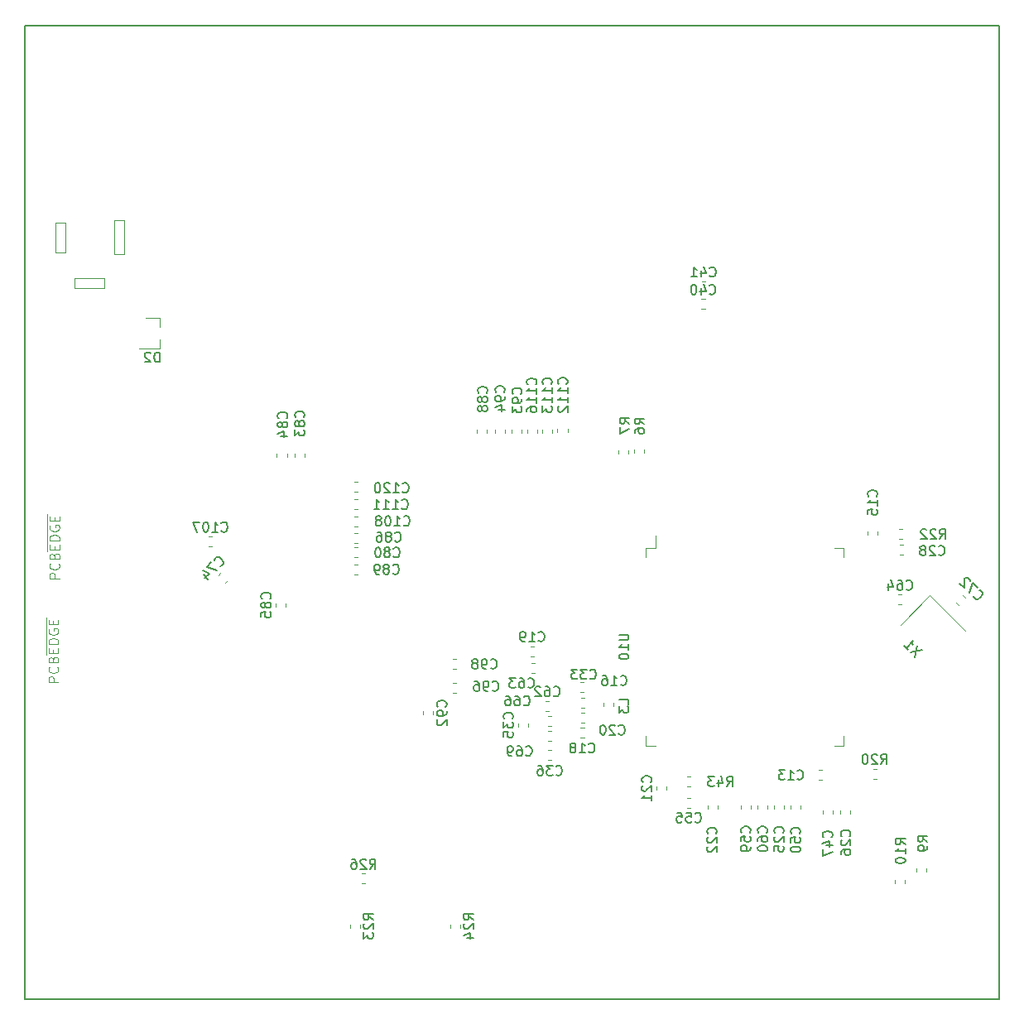
<source format=gbo>
G04 #@! TF.GenerationSoftware,KiCad,Pcbnew,6.0.0-unknown-cbea514~86~ubuntu18.04.1*
G04 #@! TF.CreationDate,2019-06-13T15:59:29-05:00*
G04 #@! TF.ProjectId,power,706f7765-722e-46b6-9963-61645f706362,rev?*
G04 #@! TF.SameCoordinates,Original*
G04 #@! TF.FileFunction,Legend,Bot*
G04 #@! TF.FilePolarity,Positive*
%FSLAX46Y46*%
G04 Gerber Fmt 4.6, Leading zero omitted, Abs format (unit mm)*
G04 Created by KiCad (PCBNEW 6.0.0-unknown-cbea514~86~ubuntu18.04.1) date 2019-06-13 15:59:29*
%MOMM*%
%LPD*%
G04 APERTURE LIST*
%ADD10C,0.150000*%
G04 #@! TA.AperFunction,NonConductor*
%ADD11C,0.000100*%
G04 #@! TD*
%ADD12C,0.120000*%
%ADD13C,0.050000*%
G04 APERTURE END LIST*
D10*
X51272440Y-114810540D02*
X51272440Y-15240000D01*
X150876000Y-114810540D02*
X51272440Y-114810540D01*
X150876000Y-15240000D02*
X150876000Y-114808000D01*
X51272440Y-15240000D02*
X150876000Y-15240000D01*
D11*
G04 #@! TO.C,J2*
X56361200Y-41130600D02*
X59361200Y-41130600D01*
X56361200Y-42130600D02*
X56361200Y-41130600D01*
X59361200Y-42130600D02*
X56361200Y-42130600D01*
X59361200Y-41130600D02*
X59361200Y-42130600D01*
X54361200Y-38430600D02*
X54361200Y-35430600D01*
X55361200Y-38430600D02*
X54361200Y-38430600D01*
X55361200Y-35430600D02*
X55361200Y-38430600D01*
X54361200Y-35430600D02*
X55361200Y-35430600D01*
X60361200Y-38680600D02*
X60361200Y-35180600D01*
X61361200Y-38680600D02*
X60361200Y-38680600D01*
X61361200Y-35180600D02*
X61361200Y-38680600D01*
X60361200Y-35180600D02*
X61361200Y-35180600D01*
D12*
G04 #@! TO.C,C13*
X132807527Y-92386880D02*
X132464993Y-92386880D01*
X132807527Y-91366880D02*
X132464993Y-91366880D01*
G04 #@! TO.C,U10*
X115733274Y-68678709D02*
X115733274Y-67388709D01*
X114783274Y-68678709D02*
X115733274Y-68678709D01*
X114783274Y-69628709D02*
X114783274Y-68678709D01*
X114783274Y-88898709D02*
X115733274Y-88898709D01*
X114783274Y-87948709D02*
X114783274Y-88898709D01*
X135003274Y-68678709D02*
X134053274Y-68678709D01*
X135003274Y-69628709D02*
X135003274Y-68678709D01*
X135003274Y-88898709D02*
X134053274Y-88898709D01*
X135003274Y-87948709D02*
X135003274Y-88898709D01*
G04 #@! TO.C,C36*
X105099967Y-90344720D02*
X104757433Y-90344720D01*
X105099967Y-89324720D02*
X104757433Y-89324720D01*
G04 #@! TO.C,C20*
X108445147Y-86544880D02*
X108102613Y-86544880D01*
X108445147Y-85524880D02*
X108102613Y-85524880D01*
G04 #@! TO.C,X1*
X143796191Y-73563422D02*
X147402435Y-77169666D01*
X140790987Y-76568626D02*
X143796191Y-73563422D01*
G04 #@! TO.C,R43*
X119336667Y-93067600D02*
X118994133Y-93067600D01*
X119336667Y-92047600D02*
X118994133Y-92047600D01*
G04 #@! TO.C,R26*
X86046267Y-103010000D02*
X85703733Y-103010000D01*
X86046267Y-101990000D02*
X85703733Y-101990000D01*
G04 #@! TO.C,R24*
X94740000Y-107546267D02*
X94740000Y-107203733D01*
X95760000Y-107546267D02*
X95760000Y-107203733D01*
G04 #@! TO.C,R23*
X84490000Y-107546267D02*
X84490000Y-107203733D01*
X85510000Y-107546267D02*
X85510000Y-107203733D01*
G04 #@! TO.C,R22*
X140655253Y-66746660D02*
X140997787Y-66746660D01*
X140655253Y-67766660D02*
X140997787Y-67766660D01*
G04 #@! TO.C,R20*
X138343487Y-91298300D02*
X138000953Y-91298300D01*
X138343487Y-92318300D02*
X138000953Y-92318300D01*
G04 #@! TO.C,R7*
X112968500Y-59014207D02*
X112968500Y-58671673D01*
X111948500Y-59014207D02*
X111948500Y-58671673D01*
G04 #@! TO.C,R6*
X114545840Y-58971027D02*
X114545840Y-58628493D01*
X113525840Y-58971027D02*
X113525840Y-58628493D01*
G04 #@! TO.C,L3*
X111467360Y-84561893D02*
X111467360Y-84904427D01*
X110447360Y-84561893D02*
X110447360Y-84904427D01*
G04 #@! TO.C,D2*
X65056800Y-45140800D02*
X63596800Y-45140800D01*
X65056800Y-48300800D02*
X62896800Y-48300800D01*
X65056800Y-48300800D02*
X65056800Y-47370800D01*
X65056800Y-45140800D02*
X65056800Y-46070800D01*
G04 #@! TO.C,C120*
X84955667Y-61907885D02*
X85298201Y-61907885D01*
X84955667Y-62927885D02*
X85298201Y-62927885D01*
G04 #@! TO.C,C116*
X102608920Y-56925027D02*
X102608920Y-56582493D01*
X103628920Y-56925027D02*
X103628920Y-56582493D01*
G04 #@! TO.C,C113*
X104177603Y-56899187D02*
X104177603Y-56556653D01*
X105197603Y-56899187D02*
X105197603Y-56556653D01*
G04 #@! TO.C,C112*
X105725799Y-56856082D02*
X105725799Y-56513548D01*
X106745799Y-56856082D02*
X106745799Y-56513548D01*
G04 #@! TO.C,C111*
X84935910Y-63727285D02*
X85278444Y-63727285D01*
X84935910Y-64747285D02*
X85278444Y-64747285D01*
G04 #@! TO.C,C108*
X84943417Y-65449698D02*
X85285951Y-65449698D01*
X84943417Y-66469698D02*
X85285951Y-66469698D01*
G04 #@! TO.C,C107*
X70401027Y-68536280D02*
X70058493Y-68536280D01*
X70401027Y-67516280D02*
X70058493Y-67516280D01*
G04 #@! TO.C,C98*
X95366217Y-81027905D02*
X95023683Y-81027905D01*
X95366217Y-80007905D02*
X95023683Y-80007905D01*
G04 #@! TO.C,C96*
X95341287Y-83494340D02*
X94998753Y-83494340D01*
X95341287Y-82474340D02*
X94998753Y-82474340D01*
G04 #@! TO.C,C94*
X99319620Y-56908547D02*
X99319620Y-56566013D01*
X100339620Y-56908547D02*
X100339620Y-56566013D01*
G04 #@! TO.C,C93*
X101046820Y-56931347D02*
X101046820Y-56588813D01*
X102066820Y-56931347D02*
X102066820Y-56588813D01*
G04 #@! TO.C,C92*
X91996800Y-85729867D02*
X91996800Y-85387333D01*
X93016800Y-85729867D02*
X93016800Y-85387333D01*
G04 #@! TO.C,C89*
X85261267Y-70406800D02*
X84918733Y-70406800D01*
X85261267Y-71426800D02*
X84918733Y-71426800D01*
G04 #@! TO.C,C88*
X97508600Y-56894547D02*
X97508600Y-56552013D01*
X98528600Y-56894547D02*
X98528600Y-56552013D01*
G04 #@! TO.C,C86*
X85261267Y-68628800D02*
X84918733Y-68628800D01*
X85261267Y-69648800D02*
X84918733Y-69648800D01*
G04 #@! TO.C,C85*
X77896180Y-74352333D02*
X77896180Y-74694867D01*
X76876180Y-74352333D02*
X76876180Y-74694867D01*
G04 #@! TO.C,C84*
X77020960Y-59420607D02*
X77020960Y-59078073D01*
X78040960Y-59420607D02*
X78040960Y-59078073D01*
G04 #@! TO.C,C83*
X78814200Y-59415467D02*
X78814200Y-59072933D01*
X79834200Y-59415467D02*
X79834200Y-59072933D01*
G04 #@! TO.C,C80*
X84927593Y-67135280D02*
X85270127Y-67135280D01*
X84927593Y-68155280D02*
X85270127Y-68155280D01*
G04 #@! TO.C,C74*
X71981729Y-71989520D02*
X71739520Y-72231729D01*
X71260480Y-71268271D02*
X71018271Y-71510480D01*
G04 #@! TO.C,C72*
X146482671Y-74255120D02*
X146724880Y-74497329D01*
X147203920Y-73533871D02*
X147446129Y-73776080D01*
G04 #@! TO.C,C69*
X105073521Y-88453178D02*
X104730987Y-88453178D01*
X105073521Y-87433178D02*
X104730987Y-87433178D01*
G04 #@! TO.C,C66*
X105073521Y-86894205D02*
X104730987Y-86894205D01*
X105073521Y-85874205D02*
X104730987Y-85874205D01*
G04 #@! TO.C,C64*
X140591753Y-73404000D02*
X140934287Y-73404000D01*
X140591753Y-74424000D02*
X140934287Y-74424000D01*
G04 #@! TO.C,C63*
X103421267Y-81510000D02*
X103078733Y-81510000D01*
X103421267Y-80490000D02*
X103078733Y-80490000D01*
G04 #@! TO.C,C62*
X104856067Y-85346000D02*
X104513533Y-85346000D01*
X104856067Y-84326000D02*
X104513533Y-84326000D01*
G04 #@! TO.C,C60*
X127187420Y-95052093D02*
X127187420Y-95394627D01*
X126167420Y-95052093D02*
X126167420Y-95394627D01*
G04 #@! TO.C,C59*
X125475460Y-95008853D02*
X125475460Y-95351387D01*
X124455460Y-95008853D02*
X124455460Y-95351387D01*
G04 #@! TO.C,C55*
X119293487Y-95310420D02*
X118950953Y-95310420D01*
X119293487Y-94290420D02*
X118950953Y-94290420D01*
G04 #@! TO.C,C50*
X130611280Y-95059653D02*
X130611280Y-95402187D01*
X129591280Y-95059653D02*
X129591280Y-95402187D01*
G04 #@! TO.C,C47*
X133895560Y-95570193D02*
X133895560Y-95912727D01*
X132875560Y-95570193D02*
X132875560Y-95912727D01*
G04 #@! TO.C,C41*
X120822258Y-42449594D02*
X120479724Y-42449594D01*
X120822258Y-41429594D02*
X120479724Y-41429594D01*
G04 #@! TO.C,C40*
X120797435Y-44251033D02*
X120454901Y-44251033D01*
X120797435Y-43231033D02*
X120454901Y-43231033D01*
G04 #@! TO.C,C35*
X101717380Y-86949127D02*
X101717380Y-86606593D01*
X102737380Y-86949127D02*
X102737380Y-86606593D01*
G04 #@! TO.C,C33*
X108412127Y-83458780D02*
X108069593Y-83458780D01*
X108412127Y-82438780D02*
X108069593Y-82438780D01*
G04 #@! TO.C,C28*
X140712373Y-68379880D02*
X141054907Y-68379880D01*
X140712373Y-69399880D02*
X141054907Y-69399880D01*
G04 #@! TO.C,C26*
X135665940Y-95504153D02*
X135665940Y-95846687D01*
X134645940Y-95504153D02*
X134645940Y-95846687D01*
G04 #@! TO.C,C25*
X128914620Y-95052093D02*
X128914620Y-95394627D01*
X127894620Y-95052093D02*
X127894620Y-95394627D01*
G04 #@! TO.C,C22*
X122142980Y-95024093D02*
X122142980Y-95366627D01*
X121122980Y-95024093D02*
X121122980Y-95366627D01*
G04 #@! TO.C,C21*
X116842000Y-93108933D02*
X116842000Y-93451467D01*
X115822000Y-93108933D02*
X115822000Y-93451467D01*
G04 #@! TO.C,C19*
X103296267Y-79760000D02*
X102953733Y-79760000D01*
X103296267Y-78740000D02*
X102953733Y-78740000D01*
G04 #@! TO.C,C18*
X108437527Y-88076500D02*
X108094993Y-88076500D01*
X108437527Y-87056500D02*
X108094993Y-87056500D01*
G04 #@! TO.C,C16*
X108445147Y-85010720D02*
X108102613Y-85010720D01*
X108445147Y-83990720D02*
X108102613Y-83990720D01*
G04 #@! TO.C,C15*
X137412000Y-67373287D02*
X137412000Y-67030753D01*
X138432000Y-67373287D02*
X138432000Y-67030753D01*
G04 #@! TO.C,R9*
X143461200Y-101782667D02*
X143461200Y-101440133D01*
X142441200Y-101782667D02*
X142441200Y-101440133D01*
G04 #@! TO.C,R10*
X140206000Y-103001867D02*
X140206000Y-102659333D01*
X141226000Y-103001867D02*
X141226000Y-102659333D01*
G04 #@! TD*
G04 #@! TO.C,C13*
D10*
X130243817Y-92310222D02*
X130291436Y-92357841D01*
X130434293Y-92405460D01*
X130529531Y-92405460D01*
X130672388Y-92357841D01*
X130767626Y-92262603D01*
X130815245Y-92167365D01*
X130862864Y-91976889D01*
X130862864Y-91834032D01*
X130815245Y-91643556D01*
X130767626Y-91548318D01*
X130672388Y-91453080D01*
X130529531Y-91405460D01*
X130434293Y-91405460D01*
X130291436Y-91453080D01*
X130243817Y-91500699D01*
X129291436Y-92405460D02*
X129862864Y-92405460D01*
X129577150Y-92405460D02*
X129577150Y-91405460D01*
X129672388Y-91548318D01*
X129767626Y-91643556D01*
X129862864Y-91691175D01*
X128958102Y-91405460D02*
X128339055Y-91405460D01*
X128672388Y-91786413D01*
X128529531Y-91786413D01*
X128434293Y-91834032D01*
X128386674Y-91881651D01*
X128339055Y-91976889D01*
X128339055Y-92214984D01*
X128386674Y-92310222D01*
X128434293Y-92357841D01*
X128529531Y-92405460D01*
X128815245Y-92405460D01*
X128910483Y-92357841D01*
X128958102Y-92310222D01*
G04 #@! TO.C,U10*
X111995654Y-77550613D02*
X112805178Y-77550613D01*
X112900416Y-77598232D01*
X112948035Y-77645851D01*
X112995654Y-77741089D01*
X112995654Y-77931566D01*
X112948035Y-78026804D01*
X112900416Y-78074423D01*
X112805178Y-78122042D01*
X111995654Y-78122042D01*
X112995654Y-79122042D02*
X112995654Y-78550613D01*
X112995654Y-78836328D02*
X111995654Y-78836328D01*
X112138512Y-78741089D01*
X112233750Y-78645851D01*
X112281369Y-78550613D01*
X111995654Y-79741089D02*
X111995654Y-79836328D01*
X112043274Y-79931566D01*
X112090893Y-79979185D01*
X112186131Y-80026804D01*
X112376607Y-80074423D01*
X112614702Y-80074423D01*
X112805178Y-80026804D01*
X112900416Y-79979185D01*
X112948035Y-79931566D01*
X112995654Y-79836328D01*
X112995654Y-79741089D01*
X112948035Y-79645851D01*
X112900416Y-79598232D01*
X112805178Y-79550613D01*
X112614702Y-79502994D01*
X112376607Y-79502994D01*
X112186131Y-79550613D01*
X112090893Y-79598232D01*
X112043274Y-79645851D01*
X111995654Y-79741089D01*
G04 #@! TO.C,C36*
X105557557Y-91858102D02*
X105605176Y-91905721D01*
X105748033Y-91953340D01*
X105843271Y-91953340D01*
X105986128Y-91905721D01*
X106081366Y-91810483D01*
X106128985Y-91715245D01*
X106176604Y-91524769D01*
X106176604Y-91381912D01*
X106128985Y-91191436D01*
X106081366Y-91096198D01*
X105986128Y-91000960D01*
X105843271Y-90953340D01*
X105748033Y-90953340D01*
X105605176Y-91000960D01*
X105557557Y-91048579D01*
X105224223Y-90953340D02*
X104605176Y-90953340D01*
X104938509Y-91334293D01*
X104795652Y-91334293D01*
X104700414Y-91381912D01*
X104652795Y-91429531D01*
X104605176Y-91524769D01*
X104605176Y-91762864D01*
X104652795Y-91858102D01*
X104700414Y-91905721D01*
X104795652Y-91953340D01*
X105081366Y-91953340D01*
X105176604Y-91905721D01*
X105224223Y-91858102D01*
X103748033Y-90953340D02*
X103938509Y-90953340D01*
X104033747Y-91000960D01*
X104081366Y-91048579D01*
X104176604Y-91191436D01*
X104224223Y-91381912D01*
X104224223Y-91762864D01*
X104176604Y-91858102D01*
X104128985Y-91905721D01*
X104033747Y-91953340D01*
X103843271Y-91953340D01*
X103748033Y-91905721D01*
X103700414Y-91858102D01*
X103652795Y-91762864D01*
X103652795Y-91524769D01*
X103700414Y-91429531D01*
X103748033Y-91381912D01*
X103843271Y-91334293D01*
X104033747Y-91334293D01*
X104128985Y-91381912D01*
X104176604Y-91429531D01*
X104224223Y-91524769D01*
G04 #@! TO.C,C20*
X111976137Y-87702662D02*
X112023756Y-87750281D01*
X112166613Y-87797900D01*
X112261851Y-87797900D01*
X112404708Y-87750281D01*
X112499946Y-87655043D01*
X112547565Y-87559805D01*
X112595184Y-87369329D01*
X112595184Y-87226472D01*
X112547565Y-87035996D01*
X112499946Y-86940758D01*
X112404708Y-86845520D01*
X112261851Y-86797900D01*
X112166613Y-86797900D01*
X112023756Y-86845520D01*
X111976137Y-86893139D01*
X111595184Y-86893139D02*
X111547565Y-86845520D01*
X111452327Y-86797900D01*
X111214232Y-86797900D01*
X111118994Y-86845520D01*
X111071375Y-86893139D01*
X111023756Y-86988377D01*
X111023756Y-87083615D01*
X111071375Y-87226472D01*
X111642803Y-87797900D01*
X111023756Y-87797900D01*
X110404708Y-86797900D02*
X110309470Y-86797900D01*
X110214232Y-86845520D01*
X110166613Y-86893139D01*
X110118994Y-86988377D01*
X110071375Y-87178853D01*
X110071375Y-87416948D01*
X110118994Y-87607424D01*
X110166613Y-87702662D01*
X110214232Y-87750281D01*
X110309470Y-87797900D01*
X110404708Y-87797900D01*
X110499946Y-87750281D01*
X110547565Y-87702662D01*
X110595184Y-87607424D01*
X110642803Y-87416948D01*
X110642803Y-87178853D01*
X110595184Y-86988377D01*
X110547565Y-86893139D01*
X110499946Y-86845520D01*
X110404708Y-86797900D01*
G04 #@! TO.C,X1*
X142988068Y-79122627D02*
X141809557Y-79358329D01*
X142516664Y-78651223D02*
X142280962Y-79829734D01*
X141169794Y-78718566D02*
X141573855Y-79122627D01*
X141371824Y-78920597D02*
X142078931Y-78213490D01*
X142045259Y-78381849D01*
X142045259Y-78516536D01*
X142078931Y-78617551D01*
G04 #@! TO.C,R43*
X123037837Y-93065860D02*
X123371170Y-92589670D01*
X123609265Y-93065860D02*
X123609265Y-92065860D01*
X123228313Y-92065860D01*
X123133075Y-92113480D01*
X123085456Y-92161099D01*
X123037837Y-92256337D01*
X123037837Y-92399194D01*
X123085456Y-92494432D01*
X123133075Y-92542051D01*
X123228313Y-92589670D01*
X123609265Y-92589670D01*
X122180694Y-92399194D02*
X122180694Y-93065860D01*
X122418789Y-92018241D02*
X122656884Y-92732527D01*
X122037837Y-92732527D01*
X121752122Y-92065860D02*
X121133075Y-92065860D01*
X121466408Y-92446813D01*
X121323551Y-92446813D01*
X121228313Y-92494432D01*
X121180694Y-92542051D01*
X121133075Y-92637289D01*
X121133075Y-92875384D01*
X121180694Y-92970622D01*
X121228313Y-93018241D01*
X121323551Y-93065860D01*
X121609265Y-93065860D01*
X121704503Y-93018241D01*
X121752122Y-92970622D01*
G04 #@! TO.C,R26*
X86517857Y-101522380D02*
X86851190Y-101046190D01*
X87089285Y-101522380D02*
X87089285Y-100522380D01*
X86708333Y-100522380D01*
X86613095Y-100570000D01*
X86565476Y-100617619D01*
X86517857Y-100712857D01*
X86517857Y-100855714D01*
X86565476Y-100950952D01*
X86613095Y-100998571D01*
X86708333Y-101046190D01*
X87089285Y-101046190D01*
X86136904Y-100617619D02*
X86089285Y-100570000D01*
X85994047Y-100522380D01*
X85755952Y-100522380D01*
X85660714Y-100570000D01*
X85613095Y-100617619D01*
X85565476Y-100712857D01*
X85565476Y-100808095D01*
X85613095Y-100950952D01*
X86184523Y-101522380D01*
X85565476Y-101522380D01*
X84708333Y-100522380D02*
X84898809Y-100522380D01*
X84994047Y-100570000D01*
X85041666Y-100617619D01*
X85136904Y-100760476D01*
X85184523Y-100950952D01*
X85184523Y-101331904D01*
X85136904Y-101427142D01*
X85089285Y-101474761D01*
X84994047Y-101522380D01*
X84803571Y-101522380D01*
X84708333Y-101474761D01*
X84660714Y-101427142D01*
X84613095Y-101331904D01*
X84613095Y-101093809D01*
X84660714Y-100998571D01*
X84708333Y-100950952D01*
X84803571Y-100903333D01*
X84994047Y-100903333D01*
X85089285Y-100950952D01*
X85136904Y-100998571D01*
X85184523Y-101093809D01*
G04 #@! TO.C,R24*
X97132380Y-106732142D02*
X96656190Y-106398809D01*
X97132380Y-106160714D02*
X96132380Y-106160714D01*
X96132380Y-106541666D01*
X96180000Y-106636904D01*
X96227619Y-106684523D01*
X96322857Y-106732142D01*
X96465714Y-106732142D01*
X96560952Y-106684523D01*
X96608571Y-106636904D01*
X96656190Y-106541666D01*
X96656190Y-106160714D01*
X96227619Y-107113095D02*
X96180000Y-107160714D01*
X96132380Y-107255952D01*
X96132380Y-107494047D01*
X96180000Y-107589285D01*
X96227619Y-107636904D01*
X96322857Y-107684523D01*
X96418095Y-107684523D01*
X96560952Y-107636904D01*
X97132380Y-107065476D01*
X97132380Y-107684523D01*
X96465714Y-108541666D02*
X97132380Y-108541666D01*
X96084761Y-108303571D02*
X96799047Y-108065476D01*
X96799047Y-108684523D01*
G04 #@! TO.C,R23*
X86882380Y-106732142D02*
X86406190Y-106398809D01*
X86882380Y-106160714D02*
X85882380Y-106160714D01*
X85882380Y-106541666D01*
X85930000Y-106636904D01*
X85977619Y-106684523D01*
X86072857Y-106732142D01*
X86215714Y-106732142D01*
X86310952Y-106684523D01*
X86358571Y-106636904D01*
X86406190Y-106541666D01*
X86406190Y-106160714D01*
X85977619Y-107113095D02*
X85930000Y-107160714D01*
X85882380Y-107255952D01*
X85882380Y-107494047D01*
X85930000Y-107589285D01*
X85977619Y-107636904D01*
X86072857Y-107684523D01*
X86168095Y-107684523D01*
X86310952Y-107636904D01*
X86882380Y-107065476D01*
X86882380Y-107684523D01*
X85882380Y-108017857D02*
X85882380Y-108636904D01*
X86263333Y-108303571D01*
X86263333Y-108446428D01*
X86310952Y-108541666D01*
X86358571Y-108589285D01*
X86453809Y-108636904D01*
X86691904Y-108636904D01*
X86787142Y-108589285D01*
X86834761Y-108541666D01*
X86882380Y-108446428D01*
X86882380Y-108160714D01*
X86834761Y-108065476D01*
X86787142Y-108017857D01*
G04 #@! TO.C,R22*
X144787857Y-67770000D02*
X145121190Y-67293810D01*
X145359285Y-67770000D02*
X145359285Y-66770000D01*
X144978333Y-66770000D01*
X144883095Y-66817620D01*
X144835476Y-66865239D01*
X144787857Y-66960477D01*
X144787857Y-67103334D01*
X144835476Y-67198572D01*
X144883095Y-67246191D01*
X144978333Y-67293810D01*
X145359285Y-67293810D01*
X144406904Y-66865239D02*
X144359285Y-66817620D01*
X144264047Y-66770000D01*
X144025952Y-66770000D01*
X143930714Y-66817620D01*
X143883095Y-66865239D01*
X143835476Y-66960477D01*
X143835476Y-67055715D01*
X143883095Y-67198572D01*
X144454523Y-67770000D01*
X143835476Y-67770000D01*
X143454523Y-66865239D02*
X143406904Y-66817620D01*
X143311666Y-66770000D01*
X143073571Y-66770000D01*
X142978333Y-66817620D01*
X142930714Y-66865239D01*
X142883095Y-66960477D01*
X142883095Y-67055715D01*
X142930714Y-67198572D01*
X143502142Y-67770000D01*
X142883095Y-67770000D01*
G04 #@! TO.C,R20*
X138798537Y-90795100D02*
X139131870Y-90318910D01*
X139369965Y-90795100D02*
X139369965Y-89795100D01*
X138989013Y-89795100D01*
X138893775Y-89842720D01*
X138846156Y-89890339D01*
X138798537Y-89985577D01*
X138798537Y-90128434D01*
X138846156Y-90223672D01*
X138893775Y-90271291D01*
X138989013Y-90318910D01*
X139369965Y-90318910D01*
X138417584Y-89890339D02*
X138369965Y-89842720D01*
X138274727Y-89795100D01*
X138036632Y-89795100D01*
X137941394Y-89842720D01*
X137893775Y-89890339D01*
X137846156Y-89985577D01*
X137846156Y-90080815D01*
X137893775Y-90223672D01*
X138465203Y-90795100D01*
X137846156Y-90795100D01*
X137227108Y-89795100D02*
X137131870Y-89795100D01*
X137036632Y-89842720D01*
X136989013Y-89890339D01*
X136941394Y-89985577D01*
X136893775Y-90176053D01*
X136893775Y-90414148D01*
X136941394Y-90604624D01*
X136989013Y-90699862D01*
X137036632Y-90747481D01*
X137131870Y-90795100D01*
X137227108Y-90795100D01*
X137322346Y-90747481D01*
X137369965Y-90699862D01*
X137417584Y-90604624D01*
X137465203Y-90414148D01*
X137465203Y-90176053D01*
X137417584Y-89985577D01*
X137369965Y-89890339D01*
X137322346Y-89842720D01*
X137227108Y-89795100D01*
G04 #@! TO.C,R7*
X113088680Y-55972413D02*
X112612490Y-55639080D01*
X113088680Y-55400984D02*
X112088680Y-55400984D01*
X112088680Y-55781937D01*
X112136300Y-55877175D01*
X112183919Y-55924794D01*
X112279157Y-55972413D01*
X112422014Y-55972413D01*
X112517252Y-55924794D01*
X112564871Y-55877175D01*
X112612490Y-55781937D01*
X112612490Y-55400984D01*
X112088680Y-56305746D02*
X112088680Y-56972413D01*
X113088680Y-56543841D01*
G04 #@! TO.C,R6*
X114602520Y-56035913D02*
X114126330Y-55702580D01*
X114602520Y-55464484D02*
X113602520Y-55464484D01*
X113602520Y-55845437D01*
X113650140Y-55940675D01*
X113697759Y-55988294D01*
X113792997Y-56035913D01*
X113935854Y-56035913D01*
X114031092Y-55988294D01*
X114078711Y-55940675D01*
X114126330Y-55845437D01*
X114126330Y-55464484D01*
X113602520Y-56893056D02*
X113602520Y-56702580D01*
X113650140Y-56607341D01*
X113697759Y-56559722D01*
X113840616Y-56464484D01*
X114031092Y-56416865D01*
X114412044Y-56416865D01*
X114507282Y-56464484D01*
X114554901Y-56512103D01*
X114602520Y-56607341D01*
X114602520Y-56797818D01*
X114554901Y-56893056D01*
X114507282Y-56940675D01*
X114412044Y-56988294D01*
X114173949Y-56988294D01*
X114078711Y-56940675D01*
X114031092Y-56893056D01*
X113983473Y-56797818D01*
X113983473Y-56607341D01*
X114031092Y-56512103D01*
X114078711Y-56464484D01*
X114173949Y-56416865D01*
G04 #@! TO.C,L3*
X113002320Y-84664253D02*
X113002320Y-84188062D01*
X112002320Y-84188062D01*
X112002320Y-84902348D02*
X112002320Y-85521396D01*
X112383273Y-85188062D01*
X112383273Y-85330920D01*
X112430892Y-85426158D01*
X112478511Y-85473777D01*
X112573749Y-85521396D01*
X112811844Y-85521396D01*
X112907082Y-85473777D01*
X112954701Y-85426158D01*
X113002320Y-85330920D01*
X113002320Y-85045205D01*
X112954701Y-84949967D01*
X112907082Y-84902348D01*
G04 #@! TO.C,J8*
D13*
X54670590Y-82419076D02*
X53670590Y-82419076D01*
X53670590Y-82038124D01*
X53718210Y-81942886D01*
X53765829Y-81895267D01*
X53861067Y-81847648D01*
X54003924Y-81847648D01*
X54099162Y-81895267D01*
X54146781Y-81942886D01*
X54194400Y-82038124D01*
X54194400Y-82419076D01*
X54575352Y-80847648D02*
X54622971Y-80895267D01*
X54670590Y-81038124D01*
X54670590Y-81133362D01*
X54622971Y-81276219D01*
X54527733Y-81371457D01*
X54432495Y-81419076D01*
X54242019Y-81466695D01*
X54099162Y-81466695D01*
X53908686Y-81419076D01*
X53813448Y-81371457D01*
X53718210Y-81276219D01*
X53670590Y-81133362D01*
X53670590Y-81038124D01*
X53718210Y-80895267D01*
X53765829Y-80847648D01*
X54146781Y-80085743D02*
X54194400Y-79942886D01*
X54242019Y-79895267D01*
X54337257Y-79847648D01*
X54480114Y-79847648D01*
X54575352Y-79895267D01*
X54622971Y-79942886D01*
X54670590Y-80038124D01*
X54670590Y-80419076D01*
X53670590Y-80419076D01*
X53670590Y-80085743D01*
X53718210Y-79990505D01*
X53765829Y-79942886D01*
X53861067Y-79895267D01*
X53956305Y-79895267D01*
X54051543Y-79942886D01*
X54099162Y-79990505D01*
X54146781Y-80085743D01*
X54146781Y-80419076D01*
X53433210Y-79657171D02*
X53433210Y-78752410D01*
X54146781Y-79419076D02*
X54146781Y-79085743D01*
X54670590Y-78942886D02*
X54670590Y-79419076D01*
X53670590Y-79419076D01*
X53670590Y-78942886D01*
X53433210Y-78752410D02*
X53433210Y-77752410D01*
X54670590Y-78514314D02*
X53670590Y-78514314D01*
X53670590Y-78276219D01*
X53718210Y-78133362D01*
X53813448Y-78038124D01*
X53908686Y-77990505D01*
X54099162Y-77942886D01*
X54242019Y-77942886D01*
X54432495Y-77990505D01*
X54527733Y-78038124D01*
X54622971Y-78133362D01*
X54670590Y-78276219D01*
X54670590Y-78514314D01*
X53433210Y-77752410D02*
X53433210Y-76752410D01*
X53718210Y-76990505D02*
X53670590Y-77085743D01*
X53670590Y-77228600D01*
X53718210Y-77371457D01*
X53813448Y-77466695D01*
X53908686Y-77514314D01*
X54099162Y-77561933D01*
X54242019Y-77561933D01*
X54432495Y-77514314D01*
X54527733Y-77466695D01*
X54622971Y-77371457D01*
X54670590Y-77228600D01*
X54670590Y-77133362D01*
X54622971Y-76990505D01*
X54575352Y-76942886D01*
X54242019Y-76942886D01*
X54242019Y-77133362D01*
X53433210Y-76752410D02*
X53433210Y-75847648D01*
X54146781Y-76514314D02*
X54146781Y-76180981D01*
X54670590Y-76038124D02*
X54670590Y-76514314D01*
X53670590Y-76514314D01*
X53670590Y-76038124D01*
G04 #@! TO.C,J7*
X54777270Y-71836036D02*
X53777270Y-71836036D01*
X53777270Y-71455084D01*
X53824890Y-71359846D01*
X53872509Y-71312227D01*
X53967747Y-71264608D01*
X54110604Y-71264608D01*
X54205842Y-71312227D01*
X54253461Y-71359846D01*
X54301080Y-71455084D01*
X54301080Y-71836036D01*
X54682032Y-70264608D02*
X54729651Y-70312227D01*
X54777270Y-70455084D01*
X54777270Y-70550322D01*
X54729651Y-70693179D01*
X54634413Y-70788417D01*
X54539175Y-70836036D01*
X54348699Y-70883655D01*
X54205842Y-70883655D01*
X54015366Y-70836036D01*
X53920128Y-70788417D01*
X53824890Y-70693179D01*
X53777270Y-70550322D01*
X53777270Y-70455084D01*
X53824890Y-70312227D01*
X53872509Y-70264608D01*
X54253461Y-69502703D02*
X54301080Y-69359846D01*
X54348699Y-69312227D01*
X54443937Y-69264608D01*
X54586794Y-69264608D01*
X54682032Y-69312227D01*
X54729651Y-69359846D01*
X54777270Y-69455084D01*
X54777270Y-69836036D01*
X53777270Y-69836036D01*
X53777270Y-69502703D01*
X53824890Y-69407465D01*
X53872509Y-69359846D01*
X53967747Y-69312227D01*
X54062985Y-69312227D01*
X54158223Y-69359846D01*
X54205842Y-69407465D01*
X54253461Y-69502703D01*
X54253461Y-69836036D01*
X53539890Y-69074131D02*
X53539890Y-68169370D01*
X54253461Y-68836036D02*
X54253461Y-68502703D01*
X54777270Y-68359846D02*
X54777270Y-68836036D01*
X53777270Y-68836036D01*
X53777270Y-68359846D01*
X53539890Y-68169370D02*
X53539890Y-67169370D01*
X54777270Y-67931274D02*
X53777270Y-67931274D01*
X53777270Y-67693179D01*
X53824890Y-67550322D01*
X53920128Y-67455084D01*
X54015366Y-67407465D01*
X54205842Y-67359846D01*
X54348699Y-67359846D01*
X54539175Y-67407465D01*
X54634413Y-67455084D01*
X54729651Y-67550322D01*
X54777270Y-67693179D01*
X54777270Y-67931274D01*
X53539890Y-67169370D02*
X53539890Y-66169370D01*
X53824890Y-66407465D02*
X53777270Y-66502703D01*
X53777270Y-66645560D01*
X53824890Y-66788417D01*
X53920128Y-66883655D01*
X54015366Y-66931274D01*
X54205842Y-66978893D01*
X54348699Y-66978893D01*
X54539175Y-66931274D01*
X54634413Y-66883655D01*
X54729651Y-66788417D01*
X54777270Y-66645560D01*
X54777270Y-66550322D01*
X54729651Y-66407465D01*
X54682032Y-66359846D01*
X54348699Y-66359846D01*
X54348699Y-66550322D01*
X53539890Y-66169370D02*
X53539890Y-65264608D01*
X54253461Y-65931274D02*
X54253461Y-65597941D01*
X54777270Y-65455084D02*
X54777270Y-65931274D01*
X53777270Y-65931274D01*
X53777270Y-65455084D01*
G04 #@! TO.C,D2*
D10*
X65034895Y-49673180D02*
X65034895Y-48673180D01*
X64796800Y-48673180D01*
X64653942Y-48720800D01*
X64558704Y-48816038D01*
X64511085Y-48911276D01*
X64463466Y-49101752D01*
X64463466Y-49244609D01*
X64511085Y-49435085D01*
X64558704Y-49530323D01*
X64653942Y-49625561D01*
X64796800Y-49673180D01*
X65034895Y-49673180D01*
X64082514Y-48768419D02*
X64034895Y-48720800D01*
X63939657Y-48673180D01*
X63701561Y-48673180D01*
X63606323Y-48720800D01*
X63558704Y-48768419D01*
X63511085Y-48863657D01*
X63511085Y-48958895D01*
X63558704Y-49101752D01*
X64130133Y-49673180D01*
X63511085Y-49673180D01*
G04 #@! TO.C,C120*
X89881887Y-62935122D02*
X89929506Y-62982741D01*
X90072363Y-63030360D01*
X90167601Y-63030360D01*
X90310459Y-62982741D01*
X90405697Y-62887503D01*
X90453316Y-62792265D01*
X90500935Y-62601789D01*
X90500935Y-62458932D01*
X90453316Y-62268456D01*
X90405697Y-62173218D01*
X90310459Y-62077980D01*
X90167601Y-62030360D01*
X90072363Y-62030360D01*
X89929506Y-62077980D01*
X89881887Y-62125599D01*
X88929506Y-63030360D02*
X89500935Y-63030360D01*
X89215220Y-63030360D02*
X89215220Y-62030360D01*
X89310459Y-62173218D01*
X89405697Y-62268456D01*
X89500935Y-62316075D01*
X88548554Y-62125599D02*
X88500935Y-62077980D01*
X88405697Y-62030360D01*
X88167601Y-62030360D01*
X88072363Y-62077980D01*
X88024744Y-62125599D01*
X87977125Y-62220837D01*
X87977125Y-62316075D01*
X88024744Y-62458932D01*
X88596173Y-63030360D01*
X87977125Y-63030360D01*
X87358078Y-62030360D02*
X87262840Y-62030360D01*
X87167601Y-62077980D01*
X87119982Y-62125599D01*
X87072363Y-62220837D01*
X87024744Y-62411313D01*
X87024744Y-62649408D01*
X87072363Y-62839884D01*
X87119982Y-62935122D01*
X87167601Y-62982741D01*
X87262840Y-63030360D01*
X87358078Y-63030360D01*
X87453316Y-62982741D01*
X87500935Y-62935122D01*
X87548554Y-62839884D01*
X87596173Y-62649408D01*
X87596173Y-62411313D01*
X87548554Y-62220837D01*
X87500935Y-62125599D01*
X87453316Y-62077980D01*
X87358078Y-62030360D01*
G04 #@! TO.C,C116*
X103491302Y-51954252D02*
X103538921Y-51906633D01*
X103586540Y-51763776D01*
X103586540Y-51668538D01*
X103538921Y-51525680D01*
X103443683Y-51430442D01*
X103348445Y-51382823D01*
X103157969Y-51335204D01*
X103015112Y-51335204D01*
X102824636Y-51382823D01*
X102729398Y-51430442D01*
X102634160Y-51525680D01*
X102586540Y-51668538D01*
X102586540Y-51763776D01*
X102634160Y-51906633D01*
X102681779Y-51954252D01*
X103586540Y-52906633D02*
X103586540Y-52335204D01*
X103586540Y-52620919D02*
X102586540Y-52620919D01*
X102729398Y-52525680D01*
X102824636Y-52430442D01*
X102872255Y-52335204D01*
X103586540Y-53859014D02*
X103586540Y-53287585D01*
X103586540Y-53573300D02*
X102586540Y-53573300D01*
X102729398Y-53478061D01*
X102824636Y-53382823D01*
X102872255Y-53287585D01*
X102586540Y-54716157D02*
X102586540Y-54525680D01*
X102634160Y-54430442D01*
X102681779Y-54382823D01*
X102824636Y-54287585D01*
X103015112Y-54239966D01*
X103396064Y-54239966D01*
X103491302Y-54287585D01*
X103538921Y-54335204D01*
X103586540Y-54430442D01*
X103586540Y-54620919D01*
X103538921Y-54716157D01*
X103491302Y-54763776D01*
X103396064Y-54811395D01*
X103157969Y-54811395D01*
X103062731Y-54763776D01*
X103015112Y-54716157D01*
X102967493Y-54620919D01*
X102967493Y-54430442D01*
X103015112Y-54335204D01*
X103062731Y-54287585D01*
X103157969Y-54239966D01*
G04 #@! TO.C,C113*
X105083882Y-51928852D02*
X105131501Y-51881233D01*
X105179120Y-51738376D01*
X105179120Y-51643138D01*
X105131501Y-51500280D01*
X105036263Y-51405042D01*
X104941025Y-51357423D01*
X104750549Y-51309804D01*
X104607692Y-51309804D01*
X104417216Y-51357423D01*
X104321978Y-51405042D01*
X104226740Y-51500280D01*
X104179120Y-51643138D01*
X104179120Y-51738376D01*
X104226740Y-51881233D01*
X104274359Y-51928852D01*
X105179120Y-52881233D02*
X105179120Y-52309804D01*
X105179120Y-52595519D02*
X104179120Y-52595519D01*
X104321978Y-52500280D01*
X104417216Y-52405042D01*
X104464835Y-52309804D01*
X105179120Y-53833614D02*
X105179120Y-53262185D01*
X105179120Y-53547900D02*
X104179120Y-53547900D01*
X104321978Y-53452661D01*
X104417216Y-53357423D01*
X104464835Y-53262185D01*
X104179120Y-54166947D02*
X104179120Y-54785995D01*
X104560073Y-54452661D01*
X104560073Y-54595519D01*
X104607692Y-54690757D01*
X104655311Y-54738376D01*
X104750549Y-54785995D01*
X104988644Y-54785995D01*
X105083882Y-54738376D01*
X105131501Y-54690757D01*
X105179120Y-54595519D01*
X105179120Y-54309804D01*
X105131501Y-54214566D01*
X105083882Y-54166947D01*
G04 #@! TO.C,C112*
X106653602Y-51911072D02*
X106701221Y-51863453D01*
X106748840Y-51720596D01*
X106748840Y-51625358D01*
X106701221Y-51482500D01*
X106605983Y-51387262D01*
X106510745Y-51339643D01*
X106320269Y-51292024D01*
X106177412Y-51292024D01*
X105986936Y-51339643D01*
X105891698Y-51387262D01*
X105796460Y-51482500D01*
X105748840Y-51625358D01*
X105748840Y-51720596D01*
X105796460Y-51863453D01*
X105844079Y-51911072D01*
X106748840Y-52863453D02*
X106748840Y-52292024D01*
X106748840Y-52577739D02*
X105748840Y-52577739D01*
X105891698Y-52482500D01*
X105986936Y-52387262D01*
X106034555Y-52292024D01*
X106748840Y-53815834D02*
X106748840Y-53244405D01*
X106748840Y-53530120D02*
X105748840Y-53530120D01*
X105891698Y-53434881D01*
X105986936Y-53339643D01*
X106034555Y-53244405D01*
X105844079Y-54196786D02*
X105796460Y-54244405D01*
X105748840Y-54339643D01*
X105748840Y-54577739D01*
X105796460Y-54672977D01*
X105844079Y-54720596D01*
X105939317Y-54768215D01*
X106034555Y-54768215D01*
X106177412Y-54720596D01*
X106748840Y-54149167D01*
X106748840Y-54768215D01*
G04 #@! TO.C,C111*
X89808227Y-64629302D02*
X89855846Y-64676921D01*
X89998703Y-64724540D01*
X90093941Y-64724540D01*
X90236799Y-64676921D01*
X90332037Y-64581683D01*
X90379656Y-64486445D01*
X90427275Y-64295969D01*
X90427275Y-64153112D01*
X90379656Y-63962636D01*
X90332037Y-63867398D01*
X90236799Y-63772160D01*
X90093941Y-63724540D01*
X89998703Y-63724540D01*
X89855846Y-63772160D01*
X89808227Y-63819779D01*
X88855846Y-64724540D02*
X89427275Y-64724540D01*
X89141560Y-64724540D02*
X89141560Y-63724540D01*
X89236799Y-63867398D01*
X89332037Y-63962636D01*
X89427275Y-64010255D01*
X87903465Y-64724540D02*
X88474894Y-64724540D01*
X88189180Y-64724540D02*
X88189180Y-63724540D01*
X88284418Y-63867398D01*
X88379656Y-63962636D01*
X88474894Y-64010255D01*
X86951084Y-64724540D02*
X87522513Y-64724540D01*
X87236799Y-64724540D02*
X87236799Y-63724540D01*
X87332037Y-63867398D01*
X87427275Y-63962636D01*
X87522513Y-64010255D01*
G04 #@! TO.C,C108*
X89986027Y-66323482D02*
X90033646Y-66371101D01*
X90176503Y-66418720D01*
X90271741Y-66418720D01*
X90414599Y-66371101D01*
X90509837Y-66275863D01*
X90557456Y-66180625D01*
X90605075Y-65990149D01*
X90605075Y-65847292D01*
X90557456Y-65656816D01*
X90509837Y-65561578D01*
X90414599Y-65466340D01*
X90271741Y-65418720D01*
X90176503Y-65418720D01*
X90033646Y-65466340D01*
X89986027Y-65513959D01*
X89033646Y-66418720D02*
X89605075Y-66418720D01*
X89319360Y-66418720D02*
X89319360Y-65418720D01*
X89414599Y-65561578D01*
X89509837Y-65656816D01*
X89605075Y-65704435D01*
X88414599Y-65418720D02*
X88319360Y-65418720D01*
X88224122Y-65466340D01*
X88176503Y-65513959D01*
X88128884Y-65609197D01*
X88081265Y-65799673D01*
X88081265Y-66037768D01*
X88128884Y-66228244D01*
X88176503Y-66323482D01*
X88224122Y-66371101D01*
X88319360Y-66418720D01*
X88414599Y-66418720D01*
X88509837Y-66371101D01*
X88557456Y-66323482D01*
X88605075Y-66228244D01*
X88652694Y-66037768D01*
X88652694Y-65799673D01*
X88605075Y-65609197D01*
X88557456Y-65513959D01*
X88509837Y-65466340D01*
X88414599Y-65418720D01*
X87509837Y-65847292D02*
X87605075Y-65799673D01*
X87652694Y-65752054D01*
X87700313Y-65656816D01*
X87700313Y-65609197D01*
X87652694Y-65513959D01*
X87605075Y-65466340D01*
X87509837Y-65418720D01*
X87319360Y-65418720D01*
X87224122Y-65466340D01*
X87176503Y-65513959D01*
X87128884Y-65609197D01*
X87128884Y-65656816D01*
X87176503Y-65752054D01*
X87224122Y-65799673D01*
X87319360Y-65847292D01*
X87509837Y-65847292D01*
X87605075Y-65894911D01*
X87652694Y-65942530D01*
X87700313Y-66037768D01*
X87700313Y-66228244D01*
X87652694Y-66323482D01*
X87605075Y-66371101D01*
X87509837Y-66418720D01*
X87319360Y-66418720D01*
X87224122Y-66371101D01*
X87176503Y-66323482D01*
X87128884Y-66228244D01*
X87128884Y-66037768D01*
X87176503Y-65942530D01*
X87224122Y-65894911D01*
X87319360Y-65847292D01*
G04 #@! TO.C,C107*
X71348807Y-66953422D02*
X71396426Y-67001041D01*
X71539283Y-67048660D01*
X71634521Y-67048660D01*
X71777379Y-67001041D01*
X71872617Y-66905803D01*
X71920236Y-66810565D01*
X71967855Y-66620089D01*
X71967855Y-66477232D01*
X71920236Y-66286756D01*
X71872617Y-66191518D01*
X71777379Y-66096280D01*
X71634521Y-66048660D01*
X71539283Y-66048660D01*
X71396426Y-66096280D01*
X71348807Y-66143899D01*
X70396426Y-67048660D02*
X70967855Y-67048660D01*
X70682140Y-67048660D02*
X70682140Y-66048660D01*
X70777379Y-66191518D01*
X70872617Y-66286756D01*
X70967855Y-66334375D01*
X69777379Y-66048660D02*
X69682140Y-66048660D01*
X69586902Y-66096280D01*
X69539283Y-66143899D01*
X69491664Y-66239137D01*
X69444045Y-66429613D01*
X69444045Y-66667708D01*
X69491664Y-66858184D01*
X69539283Y-66953422D01*
X69586902Y-67001041D01*
X69682140Y-67048660D01*
X69777379Y-67048660D01*
X69872617Y-67001041D01*
X69920236Y-66953422D01*
X69967855Y-66858184D01*
X70015474Y-66667708D01*
X70015474Y-66429613D01*
X69967855Y-66239137D01*
X69920236Y-66143899D01*
X69872617Y-66096280D01*
X69777379Y-66048660D01*
X69110712Y-66048660D02*
X68444045Y-66048660D01*
X68872617Y-67048660D01*
G04 #@! TO.C,C98*
X98897677Y-80946262D02*
X98945296Y-80993881D01*
X99088153Y-81041500D01*
X99183391Y-81041500D01*
X99326248Y-80993881D01*
X99421486Y-80898643D01*
X99469105Y-80803405D01*
X99516724Y-80612929D01*
X99516724Y-80470072D01*
X99469105Y-80279596D01*
X99421486Y-80184358D01*
X99326248Y-80089120D01*
X99183391Y-80041500D01*
X99088153Y-80041500D01*
X98945296Y-80089120D01*
X98897677Y-80136739D01*
X98421486Y-81041500D02*
X98231010Y-81041500D01*
X98135772Y-80993881D01*
X98088153Y-80946262D01*
X97992915Y-80803405D01*
X97945296Y-80612929D01*
X97945296Y-80231977D01*
X97992915Y-80136739D01*
X98040534Y-80089120D01*
X98135772Y-80041500D01*
X98326248Y-80041500D01*
X98421486Y-80089120D01*
X98469105Y-80136739D01*
X98516724Y-80231977D01*
X98516724Y-80470072D01*
X98469105Y-80565310D01*
X98421486Y-80612929D01*
X98326248Y-80660548D01*
X98135772Y-80660548D01*
X98040534Y-80612929D01*
X97992915Y-80565310D01*
X97945296Y-80470072D01*
X97373867Y-80470072D02*
X97469105Y-80422453D01*
X97516724Y-80374834D01*
X97564343Y-80279596D01*
X97564343Y-80231977D01*
X97516724Y-80136739D01*
X97469105Y-80089120D01*
X97373867Y-80041500D01*
X97183391Y-80041500D01*
X97088153Y-80089120D01*
X97040534Y-80136739D01*
X96992915Y-80231977D01*
X96992915Y-80279596D01*
X97040534Y-80374834D01*
X97088153Y-80422453D01*
X97183391Y-80470072D01*
X97373867Y-80470072D01*
X97469105Y-80517691D01*
X97516724Y-80565310D01*
X97564343Y-80660548D01*
X97564343Y-80851024D01*
X97516724Y-80946262D01*
X97469105Y-80993881D01*
X97373867Y-81041500D01*
X97183391Y-81041500D01*
X97088153Y-80993881D01*
X97040534Y-80946262D01*
X96992915Y-80851024D01*
X96992915Y-80660548D01*
X97040534Y-80565310D01*
X97088153Y-80517691D01*
X97183391Y-80470072D01*
G04 #@! TO.C,C96*
X99067857Y-83219562D02*
X99115476Y-83267181D01*
X99258333Y-83314800D01*
X99353571Y-83314800D01*
X99496428Y-83267181D01*
X99591666Y-83171943D01*
X99639285Y-83076705D01*
X99686904Y-82886229D01*
X99686904Y-82743372D01*
X99639285Y-82552896D01*
X99591666Y-82457658D01*
X99496428Y-82362420D01*
X99353571Y-82314800D01*
X99258333Y-82314800D01*
X99115476Y-82362420D01*
X99067857Y-82410039D01*
X98591666Y-83314800D02*
X98401190Y-83314800D01*
X98305952Y-83267181D01*
X98258333Y-83219562D01*
X98163095Y-83076705D01*
X98115476Y-82886229D01*
X98115476Y-82505277D01*
X98163095Y-82410039D01*
X98210714Y-82362420D01*
X98305952Y-82314800D01*
X98496428Y-82314800D01*
X98591666Y-82362420D01*
X98639285Y-82410039D01*
X98686904Y-82505277D01*
X98686904Y-82743372D01*
X98639285Y-82838610D01*
X98591666Y-82886229D01*
X98496428Y-82933848D01*
X98305952Y-82933848D01*
X98210714Y-82886229D01*
X98163095Y-82838610D01*
X98115476Y-82743372D01*
X97258333Y-82314800D02*
X97448809Y-82314800D01*
X97544047Y-82362420D01*
X97591666Y-82410039D01*
X97686904Y-82552896D01*
X97734523Y-82743372D01*
X97734523Y-83124324D01*
X97686904Y-83219562D01*
X97639285Y-83267181D01*
X97544047Y-83314800D01*
X97353571Y-83314800D01*
X97258333Y-83267181D01*
X97210714Y-83219562D01*
X97163095Y-83124324D01*
X97163095Y-82886229D01*
X97210714Y-82790991D01*
X97258333Y-82743372D01*
X97353571Y-82695753D01*
X97544047Y-82695753D01*
X97639285Y-82743372D01*
X97686904Y-82790991D01*
X97734523Y-82886229D01*
G04 #@! TO.C,C94*
X100252802Y-52747942D02*
X100300421Y-52700323D01*
X100348040Y-52557466D01*
X100348040Y-52462228D01*
X100300421Y-52319371D01*
X100205183Y-52224133D01*
X100109945Y-52176514D01*
X99919469Y-52128895D01*
X99776612Y-52128895D01*
X99586136Y-52176514D01*
X99490898Y-52224133D01*
X99395660Y-52319371D01*
X99348040Y-52462228D01*
X99348040Y-52557466D01*
X99395660Y-52700323D01*
X99443279Y-52747942D01*
X100348040Y-53224133D02*
X100348040Y-53414609D01*
X100300421Y-53509847D01*
X100252802Y-53557466D01*
X100109945Y-53652704D01*
X99919469Y-53700323D01*
X99538517Y-53700323D01*
X99443279Y-53652704D01*
X99395660Y-53605085D01*
X99348040Y-53509847D01*
X99348040Y-53319371D01*
X99395660Y-53224133D01*
X99443279Y-53176514D01*
X99538517Y-53128895D01*
X99776612Y-53128895D01*
X99871850Y-53176514D01*
X99919469Y-53224133D01*
X99967088Y-53319371D01*
X99967088Y-53509847D01*
X99919469Y-53605085D01*
X99871850Y-53652704D01*
X99776612Y-53700323D01*
X99681374Y-54557466D02*
X100348040Y-54557466D01*
X99300421Y-54319371D02*
X100014707Y-54081276D01*
X100014707Y-54700323D01*
G04 #@! TO.C,C93*
X101974922Y-52938442D02*
X102022541Y-52890823D01*
X102070160Y-52747966D01*
X102070160Y-52652728D01*
X102022541Y-52509871D01*
X101927303Y-52414633D01*
X101832065Y-52367014D01*
X101641589Y-52319395D01*
X101498732Y-52319395D01*
X101308256Y-52367014D01*
X101213018Y-52414633D01*
X101117780Y-52509871D01*
X101070160Y-52652728D01*
X101070160Y-52747966D01*
X101117780Y-52890823D01*
X101165399Y-52938442D01*
X102070160Y-53414633D02*
X102070160Y-53605109D01*
X102022541Y-53700347D01*
X101974922Y-53747966D01*
X101832065Y-53843204D01*
X101641589Y-53890823D01*
X101260637Y-53890823D01*
X101165399Y-53843204D01*
X101117780Y-53795585D01*
X101070160Y-53700347D01*
X101070160Y-53509871D01*
X101117780Y-53414633D01*
X101165399Y-53367014D01*
X101260637Y-53319395D01*
X101498732Y-53319395D01*
X101593970Y-53367014D01*
X101641589Y-53414633D01*
X101689208Y-53509871D01*
X101689208Y-53700347D01*
X101641589Y-53795585D01*
X101593970Y-53843204D01*
X101498732Y-53890823D01*
X101070160Y-54224157D02*
X101070160Y-54843204D01*
X101451113Y-54509871D01*
X101451113Y-54652728D01*
X101498732Y-54747966D01*
X101546351Y-54795585D01*
X101641589Y-54843204D01*
X101879684Y-54843204D01*
X101974922Y-54795585D01*
X102022541Y-54747966D01*
X102070160Y-54652728D01*
X102070160Y-54367014D01*
X102022541Y-54271776D01*
X101974922Y-54224157D01*
G04 #@! TO.C,C92*
X94293942Y-84915742D02*
X94341561Y-84868123D01*
X94389180Y-84725266D01*
X94389180Y-84630028D01*
X94341561Y-84487171D01*
X94246323Y-84391933D01*
X94151085Y-84344314D01*
X93960609Y-84296695D01*
X93817752Y-84296695D01*
X93627276Y-84344314D01*
X93532038Y-84391933D01*
X93436800Y-84487171D01*
X93389180Y-84630028D01*
X93389180Y-84725266D01*
X93436800Y-84868123D01*
X93484419Y-84915742D01*
X94389180Y-85391933D02*
X94389180Y-85582409D01*
X94341561Y-85677647D01*
X94293942Y-85725266D01*
X94151085Y-85820504D01*
X93960609Y-85868123D01*
X93579657Y-85868123D01*
X93484419Y-85820504D01*
X93436800Y-85772885D01*
X93389180Y-85677647D01*
X93389180Y-85487171D01*
X93436800Y-85391933D01*
X93484419Y-85344314D01*
X93579657Y-85296695D01*
X93817752Y-85296695D01*
X93912990Y-85344314D01*
X93960609Y-85391933D01*
X94008228Y-85487171D01*
X94008228Y-85677647D01*
X93960609Y-85772885D01*
X93912990Y-85820504D01*
X93817752Y-85868123D01*
X93484419Y-86249076D02*
X93436800Y-86296695D01*
X93389180Y-86391933D01*
X93389180Y-86630028D01*
X93436800Y-86725266D01*
X93484419Y-86772885D01*
X93579657Y-86820504D01*
X93674895Y-86820504D01*
X93817752Y-86772885D01*
X94389180Y-86201457D01*
X94389180Y-86820504D01*
G04 #@! TO.C,C89*
X88877377Y-71276482D02*
X88924996Y-71324101D01*
X89067853Y-71371720D01*
X89163091Y-71371720D01*
X89305948Y-71324101D01*
X89401186Y-71228863D01*
X89448805Y-71133625D01*
X89496424Y-70943149D01*
X89496424Y-70800292D01*
X89448805Y-70609816D01*
X89401186Y-70514578D01*
X89305948Y-70419340D01*
X89163091Y-70371720D01*
X89067853Y-70371720D01*
X88924996Y-70419340D01*
X88877377Y-70466959D01*
X88305948Y-70800292D02*
X88401186Y-70752673D01*
X88448805Y-70705054D01*
X88496424Y-70609816D01*
X88496424Y-70562197D01*
X88448805Y-70466959D01*
X88401186Y-70419340D01*
X88305948Y-70371720D01*
X88115472Y-70371720D01*
X88020234Y-70419340D01*
X87972615Y-70466959D01*
X87924996Y-70562197D01*
X87924996Y-70609816D01*
X87972615Y-70705054D01*
X88020234Y-70752673D01*
X88115472Y-70800292D01*
X88305948Y-70800292D01*
X88401186Y-70847911D01*
X88448805Y-70895530D01*
X88496424Y-70990768D01*
X88496424Y-71181244D01*
X88448805Y-71276482D01*
X88401186Y-71324101D01*
X88305948Y-71371720D01*
X88115472Y-71371720D01*
X88020234Y-71324101D01*
X87972615Y-71276482D01*
X87924996Y-71181244D01*
X87924996Y-70990768D01*
X87972615Y-70895530D01*
X88020234Y-70847911D01*
X88115472Y-70800292D01*
X87448805Y-71371720D02*
X87258329Y-71371720D01*
X87163091Y-71324101D01*
X87115472Y-71276482D01*
X87020234Y-71133625D01*
X86972615Y-70943149D01*
X86972615Y-70562197D01*
X87020234Y-70466959D01*
X87067853Y-70419340D01*
X87163091Y-70371720D01*
X87353567Y-70371720D01*
X87448805Y-70419340D01*
X87496424Y-70466959D01*
X87544043Y-70562197D01*
X87544043Y-70800292D01*
X87496424Y-70895530D01*
X87448805Y-70943149D01*
X87353567Y-70990768D01*
X87163091Y-70990768D01*
X87067853Y-70943149D01*
X87020234Y-70895530D01*
X86972615Y-70800292D01*
G04 #@! TO.C,C88*
X98479882Y-52824142D02*
X98527501Y-52776523D01*
X98575120Y-52633666D01*
X98575120Y-52538428D01*
X98527501Y-52395571D01*
X98432263Y-52300333D01*
X98337025Y-52252714D01*
X98146549Y-52205095D01*
X98003692Y-52205095D01*
X97813216Y-52252714D01*
X97717978Y-52300333D01*
X97622740Y-52395571D01*
X97575120Y-52538428D01*
X97575120Y-52633666D01*
X97622740Y-52776523D01*
X97670359Y-52824142D01*
X98003692Y-53395571D02*
X97956073Y-53300333D01*
X97908454Y-53252714D01*
X97813216Y-53205095D01*
X97765597Y-53205095D01*
X97670359Y-53252714D01*
X97622740Y-53300333D01*
X97575120Y-53395571D01*
X97575120Y-53586047D01*
X97622740Y-53681285D01*
X97670359Y-53728904D01*
X97765597Y-53776523D01*
X97813216Y-53776523D01*
X97908454Y-53728904D01*
X97956073Y-53681285D01*
X98003692Y-53586047D01*
X98003692Y-53395571D01*
X98051311Y-53300333D01*
X98098930Y-53252714D01*
X98194168Y-53205095D01*
X98384644Y-53205095D01*
X98479882Y-53252714D01*
X98527501Y-53300333D01*
X98575120Y-53395571D01*
X98575120Y-53586047D01*
X98527501Y-53681285D01*
X98479882Y-53728904D01*
X98384644Y-53776523D01*
X98194168Y-53776523D01*
X98098930Y-53728904D01*
X98051311Y-53681285D01*
X98003692Y-53586047D01*
X98003692Y-54347952D02*
X97956073Y-54252714D01*
X97908454Y-54205095D01*
X97813216Y-54157476D01*
X97765597Y-54157476D01*
X97670359Y-54205095D01*
X97622740Y-54252714D01*
X97575120Y-54347952D01*
X97575120Y-54538428D01*
X97622740Y-54633666D01*
X97670359Y-54681285D01*
X97765597Y-54728904D01*
X97813216Y-54728904D01*
X97908454Y-54681285D01*
X97956073Y-54633666D01*
X98003692Y-54538428D01*
X98003692Y-54347952D01*
X98051311Y-54252714D01*
X98098930Y-54205095D01*
X98194168Y-54157476D01*
X98384644Y-54157476D01*
X98479882Y-54205095D01*
X98527501Y-54252714D01*
X98575120Y-54347952D01*
X98575120Y-54538428D01*
X98527501Y-54633666D01*
X98479882Y-54681285D01*
X98384644Y-54728904D01*
X98194168Y-54728904D01*
X98098930Y-54681285D01*
X98051311Y-54633666D01*
X98003692Y-54538428D01*
G04 #@! TO.C,C86*
X89090737Y-67966862D02*
X89138356Y-68014481D01*
X89281213Y-68062100D01*
X89376451Y-68062100D01*
X89519308Y-68014481D01*
X89614546Y-67919243D01*
X89662165Y-67824005D01*
X89709784Y-67633529D01*
X89709784Y-67490672D01*
X89662165Y-67300196D01*
X89614546Y-67204958D01*
X89519308Y-67109720D01*
X89376451Y-67062100D01*
X89281213Y-67062100D01*
X89138356Y-67109720D01*
X89090737Y-67157339D01*
X88519308Y-67490672D02*
X88614546Y-67443053D01*
X88662165Y-67395434D01*
X88709784Y-67300196D01*
X88709784Y-67252577D01*
X88662165Y-67157339D01*
X88614546Y-67109720D01*
X88519308Y-67062100D01*
X88328832Y-67062100D01*
X88233594Y-67109720D01*
X88185975Y-67157339D01*
X88138356Y-67252577D01*
X88138356Y-67300196D01*
X88185975Y-67395434D01*
X88233594Y-67443053D01*
X88328832Y-67490672D01*
X88519308Y-67490672D01*
X88614546Y-67538291D01*
X88662165Y-67585910D01*
X88709784Y-67681148D01*
X88709784Y-67871624D01*
X88662165Y-67966862D01*
X88614546Y-68014481D01*
X88519308Y-68062100D01*
X88328832Y-68062100D01*
X88233594Y-68014481D01*
X88185975Y-67966862D01*
X88138356Y-67871624D01*
X88138356Y-67681148D01*
X88185975Y-67585910D01*
X88233594Y-67538291D01*
X88328832Y-67490672D01*
X87281213Y-67062100D02*
X87471689Y-67062100D01*
X87566927Y-67109720D01*
X87614546Y-67157339D01*
X87709784Y-67300196D01*
X87757403Y-67490672D01*
X87757403Y-67871624D01*
X87709784Y-67966862D01*
X87662165Y-68014481D01*
X87566927Y-68062100D01*
X87376451Y-68062100D01*
X87281213Y-68014481D01*
X87233594Y-67966862D01*
X87185975Y-67871624D01*
X87185975Y-67633529D01*
X87233594Y-67538291D01*
X87281213Y-67490672D01*
X87376451Y-67443053D01*
X87566927Y-67443053D01*
X87662165Y-67490672D01*
X87709784Y-67538291D01*
X87757403Y-67633529D01*
G04 #@! TO.C,C85*
X76313322Y-73880742D02*
X76360941Y-73833123D01*
X76408560Y-73690266D01*
X76408560Y-73595028D01*
X76360941Y-73452171D01*
X76265703Y-73356933D01*
X76170465Y-73309314D01*
X75979989Y-73261695D01*
X75837132Y-73261695D01*
X75646656Y-73309314D01*
X75551418Y-73356933D01*
X75456180Y-73452171D01*
X75408560Y-73595028D01*
X75408560Y-73690266D01*
X75456180Y-73833123D01*
X75503799Y-73880742D01*
X75837132Y-74452171D02*
X75789513Y-74356933D01*
X75741894Y-74309314D01*
X75646656Y-74261695D01*
X75599037Y-74261695D01*
X75503799Y-74309314D01*
X75456180Y-74356933D01*
X75408560Y-74452171D01*
X75408560Y-74642647D01*
X75456180Y-74737885D01*
X75503799Y-74785504D01*
X75599037Y-74833123D01*
X75646656Y-74833123D01*
X75741894Y-74785504D01*
X75789513Y-74737885D01*
X75837132Y-74642647D01*
X75837132Y-74452171D01*
X75884751Y-74356933D01*
X75932370Y-74309314D01*
X76027608Y-74261695D01*
X76218084Y-74261695D01*
X76313322Y-74309314D01*
X76360941Y-74356933D01*
X76408560Y-74452171D01*
X76408560Y-74642647D01*
X76360941Y-74737885D01*
X76313322Y-74785504D01*
X76218084Y-74833123D01*
X76027608Y-74833123D01*
X75932370Y-74785504D01*
X75884751Y-74737885D01*
X75837132Y-74642647D01*
X75408560Y-75737885D02*
X75408560Y-75261695D01*
X75884751Y-75214076D01*
X75837132Y-75261695D01*
X75789513Y-75356933D01*
X75789513Y-75595028D01*
X75837132Y-75690266D01*
X75884751Y-75737885D01*
X75979989Y-75785504D01*
X76218084Y-75785504D01*
X76313322Y-75737885D01*
X76360941Y-75690266D01*
X76408560Y-75595028D01*
X76408560Y-75356933D01*
X76360941Y-75261695D01*
X76313322Y-75214076D01*
G04 #@! TO.C,C84*
X78012562Y-55420022D02*
X78060181Y-55372403D01*
X78107800Y-55229546D01*
X78107800Y-55134308D01*
X78060181Y-54991451D01*
X77964943Y-54896213D01*
X77869705Y-54848594D01*
X77679229Y-54800975D01*
X77536372Y-54800975D01*
X77345896Y-54848594D01*
X77250658Y-54896213D01*
X77155420Y-54991451D01*
X77107800Y-55134308D01*
X77107800Y-55229546D01*
X77155420Y-55372403D01*
X77203039Y-55420022D01*
X77536372Y-55991451D02*
X77488753Y-55896213D01*
X77441134Y-55848594D01*
X77345896Y-55800975D01*
X77298277Y-55800975D01*
X77203039Y-55848594D01*
X77155420Y-55896213D01*
X77107800Y-55991451D01*
X77107800Y-56181927D01*
X77155420Y-56277165D01*
X77203039Y-56324784D01*
X77298277Y-56372403D01*
X77345896Y-56372403D01*
X77441134Y-56324784D01*
X77488753Y-56277165D01*
X77536372Y-56181927D01*
X77536372Y-55991451D01*
X77583991Y-55896213D01*
X77631610Y-55848594D01*
X77726848Y-55800975D01*
X77917324Y-55800975D01*
X78012562Y-55848594D01*
X78060181Y-55896213D01*
X78107800Y-55991451D01*
X78107800Y-56181927D01*
X78060181Y-56277165D01*
X78012562Y-56324784D01*
X77917324Y-56372403D01*
X77726848Y-56372403D01*
X77631610Y-56324784D01*
X77583991Y-56277165D01*
X77536372Y-56181927D01*
X77441134Y-57229546D02*
X78107800Y-57229546D01*
X77060181Y-56991451D02*
X77774467Y-56753356D01*
X77774467Y-57372403D01*
G04 #@! TO.C,C83*
X79760082Y-55313342D02*
X79807701Y-55265723D01*
X79855320Y-55122866D01*
X79855320Y-55027628D01*
X79807701Y-54884771D01*
X79712463Y-54789533D01*
X79617225Y-54741914D01*
X79426749Y-54694295D01*
X79283892Y-54694295D01*
X79093416Y-54741914D01*
X78998178Y-54789533D01*
X78902940Y-54884771D01*
X78855320Y-55027628D01*
X78855320Y-55122866D01*
X78902940Y-55265723D01*
X78950559Y-55313342D01*
X79283892Y-55884771D02*
X79236273Y-55789533D01*
X79188654Y-55741914D01*
X79093416Y-55694295D01*
X79045797Y-55694295D01*
X78950559Y-55741914D01*
X78902940Y-55789533D01*
X78855320Y-55884771D01*
X78855320Y-56075247D01*
X78902940Y-56170485D01*
X78950559Y-56218104D01*
X79045797Y-56265723D01*
X79093416Y-56265723D01*
X79188654Y-56218104D01*
X79236273Y-56170485D01*
X79283892Y-56075247D01*
X79283892Y-55884771D01*
X79331511Y-55789533D01*
X79379130Y-55741914D01*
X79474368Y-55694295D01*
X79664844Y-55694295D01*
X79760082Y-55741914D01*
X79807701Y-55789533D01*
X79855320Y-55884771D01*
X79855320Y-56075247D01*
X79807701Y-56170485D01*
X79760082Y-56218104D01*
X79664844Y-56265723D01*
X79474368Y-56265723D01*
X79379130Y-56218104D01*
X79331511Y-56170485D01*
X79283892Y-56075247D01*
X78855320Y-56599057D02*
X78855320Y-57218104D01*
X79236273Y-56884771D01*
X79236273Y-57027628D01*
X79283892Y-57122866D01*
X79331511Y-57170485D01*
X79426749Y-57218104D01*
X79664844Y-57218104D01*
X79760082Y-57170485D01*
X79807701Y-57122866D01*
X79855320Y-57027628D01*
X79855320Y-56741914D01*
X79807701Y-56646676D01*
X79760082Y-56599057D01*
G04 #@! TO.C,C80*
X88961197Y-69549282D02*
X89008816Y-69596901D01*
X89151673Y-69644520D01*
X89246911Y-69644520D01*
X89389768Y-69596901D01*
X89485006Y-69501663D01*
X89532625Y-69406425D01*
X89580244Y-69215949D01*
X89580244Y-69073092D01*
X89532625Y-68882616D01*
X89485006Y-68787378D01*
X89389768Y-68692140D01*
X89246911Y-68644520D01*
X89151673Y-68644520D01*
X89008816Y-68692140D01*
X88961197Y-68739759D01*
X88389768Y-69073092D02*
X88485006Y-69025473D01*
X88532625Y-68977854D01*
X88580244Y-68882616D01*
X88580244Y-68834997D01*
X88532625Y-68739759D01*
X88485006Y-68692140D01*
X88389768Y-68644520D01*
X88199292Y-68644520D01*
X88104054Y-68692140D01*
X88056435Y-68739759D01*
X88008816Y-68834997D01*
X88008816Y-68882616D01*
X88056435Y-68977854D01*
X88104054Y-69025473D01*
X88199292Y-69073092D01*
X88389768Y-69073092D01*
X88485006Y-69120711D01*
X88532625Y-69168330D01*
X88580244Y-69263568D01*
X88580244Y-69454044D01*
X88532625Y-69549282D01*
X88485006Y-69596901D01*
X88389768Y-69644520D01*
X88199292Y-69644520D01*
X88104054Y-69596901D01*
X88056435Y-69549282D01*
X88008816Y-69454044D01*
X88008816Y-69263568D01*
X88056435Y-69168330D01*
X88104054Y-69120711D01*
X88199292Y-69073092D01*
X87389768Y-68644520D02*
X87294530Y-68644520D01*
X87199292Y-68692140D01*
X87151673Y-68739759D01*
X87104054Y-68834997D01*
X87056435Y-69025473D01*
X87056435Y-69263568D01*
X87104054Y-69454044D01*
X87151673Y-69549282D01*
X87199292Y-69596901D01*
X87294530Y-69644520D01*
X87389768Y-69644520D01*
X87485006Y-69596901D01*
X87532625Y-69549282D01*
X87580244Y-69454044D01*
X87627863Y-69263568D01*
X87627863Y-69025473D01*
X87580244Y-68834997D01*
X87532625Y-68739759D01*
X87485006Y-68692140D01*
X87389768Y-68644520D01*
G04 #@! TO.C,C74*
X71195943Y-70536806D02*
X71263287Y-70536806D01*
X71397974Y-70469462D01*
X71465317Y-70402119D01*
X71532661Y-70267432D01*
X71532661Y-70132745D01*
X71498989Y-70031730D01*
X71397974Y-69863371D01*
X71296959Y-69762356D01*
X71128600Y-69661340D01*
X71027585Y-69627669D01*
X70892898Y-69627669D01*
X70758211Y-69695012D01*
X70690867Y-69762356D01*
X70623524Y-69897043D01*
X70623524Y-69964386D01*
X70320478Y-70132745D02*
X69849073Y-70604149D01*
X70859226Y-71008211D01*
X69512356Y-71412272D02*
X69983760Y-71883676D01*
X69411340Y-70974539D02*
X70084775Y-71311256D01*
X69647043Y-71748989D01*
G04 #@! TO.C,C72*
X148278950Y-73597486D02*
X148278950Y-73664830D01*
X148346294Y-73799517D01*
X148413637Y-73866860D01*
X148548324Y-73934204D01*
X148683011Y-73934204D01*
X148784026Y-73900532D01*
X148952385Y-73799517D01*
X149053400Y-73698502D01*
X149154416Y-73530143D01*
X149188087Y-73429128D01*
X149188087Y-73294441D01*
X149120744Y-73159754D01*
X149053400Y-73092410D01*
X148918713Y-73025067D01*
X148851370Y-73025067D01*
X148683011Y-72722021D02*
X148211607Y-72250616D01*
X147807545Y-73260769D01*
X147908561Y-72082257D02*
X147908561Y-72014914D01*
X147874889Y-71913899D01*
X147706530Y-71745540D01*
X147605515Y-71711868D01*
X147538171Y-71711868D01*
X147437156Y-71745540D01*
X147369813Y-71812883D01*
X147302469Y-71947570D01*
X147302469Y-72755692D01*
X146864736Y-72317960D01*
G04 #@! TO.C,C69*
X102489237Y-89859122D02*
X102536856Y-89906741D01*
X102679713Y-89954360D01*
X102774951Y-89954360D01*
X102917808Y-89906741D01*
X103013046Y-89811503D01*
X103060665Y-89716265D01*
X103108284Y-89525789D01*
X103108284Y-89382932D01*
X103060665Y-89192456D01*
X103013046Y-89097218D01*
X102917808Y-89001980D01*
X102774951Y-88954360D01*
X102679713Y-88954360D01*
X102536856Y-89001980D01*
X102489237Y-89049599D01*
X101632094Y-88954360D02*
X101822570Y-88954360D01*
X101917808Y-89001980D01*
X101965427Y-89049599D01*
X102060665Y-89192456D01*
X102108284Y-89382932D01*
X102108284Y-89763884D01*
X102060665Y-89859122D01*
X102013046Y-89906741D01*
X101917808Y-89954360D01*
X101727332Y-89954360D01*
X101632094Y-89906741D01*
X101584475Y-89859122D01*
X101536856Y-89763884D01*
X101536856Y-89525789D01*
X101584475Y-89430551D01*
X101632094Y-89382932D01*
X101727332Y-89335313D01*
X101917808Y-89335313D01*
X102013046Y-89382932D01*
X102060665Y-89430551D01*
X102108284Y-89525789D01*
X101060665Y-89954360D02*
X100870189Y-89954360D01*
X100774951Y-89906741D01*
X100727332Y-89859122D01*
X100632094Y-89716265D01*
X100584475Y-89525789D01*
X100584475Y-89144837D01*
X100632094Y-89049599D01*
X100679713Y-89001980D01*
X100774951Y-88954360D01*
X100965427Y-88954360D01*
X101060665Y-89001980D01*
X101108284Y-89049599D01*
X101155903Y-89144837D01*
X101155903Y-89382932D01*
X101108284Y-89478170D01*
X101060665Y-89525789D01*
X100965427Y-89573408D01*
X100774951Y-89573408D01*
X100679713Y-89525789D01*
X100632094Y-89478170D01*
X100584475Y-89382932D01*
G04 #@! TO.C,C66*
X102263177Y-84720702D02*
X102310796Y-84768321D01*
X102453653Y-84815940D01*
X102548891Y-84815940D01*
X102691748Y-84768321D01*
X102786986Y-84673083D01*
X102834605Y-84577845D01*
X102882224Y-84387369D01*
X102882224Y-84244512D01*
X102834605Y-84054036D01*
X102786986Y-83958798D01*
X102691748Y-83863560D01*
X102548891Y-83815940D01*
X102453653Y-83815940D01*
X102310796Y-83863560D01*
X102263177Y-83911179D01*
X101406034Y-83815940D02*
X101596510Y-83815940D01*
X101691748Y-83863560D01*
X101739367Y-83911179D01*
X101834605Y-84054036D01*
X101882224Y-84244512D01*
X101882224Y-84625464D01*
X101834605Y-84720702D01*
X101786986Y-84768321D01*
X101691748Y-84815940D01*
X101501272Y-84815940D01*
X101406034Y-84768321D01*
X101358415Y-84720702D01*
X101310796Y-84625464D01*
X101310796Y-84387369D01*
X101358415Y-84292131D01*
X101406034Y-84244512D01*
X101501272Y-84196893D01*
X101691748Y-84196893D01*
X101786986Y-84244512D01*
X101834605Y-84292131D01*
X101882224Y-84387369D01*
X100453653Y-83815940D02*
X100644129Y-83815940D01*
X100739367Y-83863560D01*
X100786986Y-83911179D01*
X100882224Y-84054036D01*
X100929843Y-84244512D01*
X100929843Y-84625464D01*
X100882224Y-84720702D01*
X100834605Y-84768321D01*
X100739367Y-84815940D01*
X100548891Y-84815940D01*
X100453653Y-84768321D01*
X100406034Y-84720702D01*
X100358415Y-84625464D01*
X100358415Y-84387369D01*
X100406034Y-84292131D01*
X100453653Y-84244512D01*
X100548891Y-84196893D01*
X100739367Y-84196893D01*
X100834605Y-84244512D01*
X100882224Y-84292131D01*
X100929843Y-84387369D01*
G04 #@! TO.C,C64*
X141396957Y-72894462D02*
X141444576Y-72942081D01*
X141587433Y-72989700D01*
X141682671Y-72989700D01*
X141825528Y-72942081D01*
X141920766Y-72846843D01*
X141968385Y-72751605D01*
X142016004Y-72561129D01*
X142016004Y-72418272D01*
X141968385Y-72227796D01*
X141920766Y-72132558D01*
X141825528Y-72037320D01*
X141682671Y-71989700D01*
X141587433Y-71989700D01*
X141444576Y-72037320D01*
X141396957Y-72084939D01*
X140539814Y-71989700D02*
X140730290Y-71989700D01*
X140825528Y-72037320D01*
X140873147Y-72084939D01*
X140968385Y-72227796D01*
X141016004Y-72418272D01*
X141016004Y-72799224D01*
X140968385Y-72894462D01*
X140920766Y-72942081D01*
X140825528Y-72989700D01*
X140635052Y-72989700D01*
X140539814Y-72942081D01*
X140492195Y-72894462D01*
X140444576Y-72799224D01*
X140444576Y-72561129D01*
X140492195Y-72465891D01*
X140539814Y-72418272D01*
X140635052Y-72370653D01*
X140825528Y-72370653D01*
X140920766Y-72418272D01*
X140968385Y-72465891D01*
X141016004Y-72561129D01*
X139587433Y-72323034D02*
X139587433Y-72989700D01*
X139825528Y-71942081D02*
X140063623Y-72656367D01*
X139444576Y-72656367D01*
G04 #@! TO.C,C63*
X102705137Y-82891902D02*
X102752756Y-82939521D01*
X102895613Y-82987140D01*
X102990851Y-82987140D01*
X103133708Y-82939521D01*
X103228946Y-82844283D01*
X103276565Y-82749045D01*
X103324184Y-82558569D01*
X103324184Y-82415712D01*
X103276565Y-82225236D01*
X103228946Y-82129998D01*
X103133708Y-82034760D01*
X102990851Y-81987140D01*
X102895613Y-81987140D01*
X102752756Y-82034760D01*
X102705137Y-82082379D01*
X101847994Y-81987140D02*
X102038470Y-81987140D01*
X102133708Y-82034760D01*
X102181327Y-82082379D01*
X102276565Y-82225236D01*
X102324184Y-82415712D01*
X102324184Y-82796664D01*
X102276565Y-82891902D01*
X102228946Y-82939521D01*
X102133708Y-82987140D01*
X101943232Y-82987140D01*
X101847994Y-82939521D01*
X101800375Y-82891902D01*
X101752756Y-82796664D01*
X101752756Y-82558569D01*
X101800375Y-82463331D01*
X101847994Y-82415712D01*
X101943232Y-82368093D01*
X102133708Y-82368093D01*
X102228946Y-82415712D01*
X102276565Y-82463331D01*
X102324184Y-82558569D01*
X101419422Y-81987140D02*
X100800375Y-81987140D01*
X101133708Y-82368093D01*
X100990851Y-82368093D01*
X100895613Y-82415712D01*
X100847994Y-82463331D01*
X100800375Y-82558569D01*
X100800375Y-82796664D01*
X100847994Y-82891902D01*
X100895613Y-82939521D01*
X100990851Y-82987140D01*
X101276565Y-82987140D01*
X101371803Y-82939521D01*
X101419422Y-82891902D01*
G04 #@! TO.C,C62*
X105327657Y-83763142D02*
X105375276Y-83810761D01*
X105518133Y-83858380D01*
X105613371Y-83858380D01*
X105756228Y-83810761D01*
X105851466Y-83715523D01*
X105899085Y-83620285D01*
X105946704Y-83429809D01*
X105946704Y-83286952D01*
X105899085Y-83096476D01*
X105851466Y-83001238D01*
X105756228Y-82906000D01*
X105613371Y-82858380D01*
X105518133Y-82858380D01*
X105375276Y-82906000D01*
X105327657Y-82953619D01*
X104470514Y-82858380D02*
X104660990Y-82858380D01*
X104756228Y-82906000D01*
X104803847Y-82953619D01*
X104899085Y-83096476D01*
X104946704Y-83286952D01*
X104946704Y-83667904D01*
X104899085Y-83763142D01*
X104851466Y-83810761D01*
X104756228Y-83858380D01*
X104565752Y-83858380D01*
X104470514Y-83810761D01*
X104422895Y-83763142D01*
X104375276Y-83667904D01*
X104375276Y-83429809D01*
X104422895Y-83334571D01*
X104470514Y-83286952D01*
X104565752Y-83239333D01*
X104756228Y-83239333D01*
X104851466Y-83286952D01*
X104899085Y-83334571D01*
X104946704Y-83429809D01*
X103994323Y-82953619D02*
X103946704Y-82906000D01*
X103851466Y-82858380D01*
X103613371Y-82858380D01*
X103518133Y-82906000D01*
X103470514Y-82953619D01*
X103422895Y-83048857D01*
X103422895Y-83144095D01*
X103470514Y-83286952D01*
X104041942Y-83858380D01*
X103422895Y-83858380D01*
G04 #@! TO.C,C60*
X127105682Y-97797382D02*
X127153301Y-97749763D01*
X127200920Y-97606906D01*
X127200920Y-97511668D01*
X127153301Y-97368811D01*
X127058063Y-97273573D01*
X126962825Y-97225954D01*
X126772349Y-97178335D01*
X126629492Y-97178335D01*
X126439016Y-97225954D01*
X126343778Y-97273573D01*
X126248540Y-97368811D01*
X126200920Y-97511668D01*
X126200920Y-97606906D01*
X126248540Y-97749763D01*
X126296159Y-97797382D01*
X126200920Y-98654525D02*
X126200920Y-98464049D01*
X126248540Y-98368811D01*
X126296159Y-98321192D01*
X126439016Y-98225954D01*
X126629492Y-98178335D01*
X127010444Y-98178335D01*
X127105682Y-98225954D01*
X127153301Y-98273573D01*
X127200920Y-98368811D01*
X127200920Y-98559287D01*
X127153301Y-98654525D01*
X127105682Y-98702144D01*
X127010444Y-98749763D01*
X126772349Y-98749763D01*
X126677111Y-98702144D01*
X126629492Y-98654525D01*
X126581873Y-98559287D01*
X126581873Y-98368811D01*
X126629492Y-98273573D01*
X126677111Y-98225954D01*
X126772349Y-98178335D01*
X126200920Y-99368811D02*
X126200920Y-99464049D01*
X126248540Y-99559287D01*
X126296159Y-99606906D01*
X126391397Y-99654525D01*
X126581873Y-99702144D01*
X126819968Y-99702144D01*
X127010444Y-99654525D01*
X127105682Y-99606906D01*
X127153301Y-99559287D01*
X127200920Y-99464049D01*
X127200920Y-99368811D01*
X127153301Y-99273573D01*
X127105682Y-99225954D01*
X127010444Y-99178335D01*
X126819968Y-99130716D01*
X126581873Y-99130716D01*
X126391397Y-99178335D01*
X126296159Y-99225954D01*
X126248540Y-99273573D01*
X126200920Y-99368811D01*
G04 #@! TO.C,C59*
X125370862Y-97797382D02*
X125418481Y-97749763D01*
X125466100Y-97606906D01*
X125466100Y-97511668D01*
X125418481Y-97368811D01*
X125323243Y-97273573D01*
X125228005Y-97225954D01*
X125037529Y-97178335D01*
X124894672Y-97178335D01*
X124704196Y-97225954D01*
X124608958Y-97273573D01*
X124513720Y-97368811D01*
X124466100Y-97511668D01*
X124466100Y-97606906D01*
X124513720Y-97749763D01*
X124561339Y-97797382D01*
X124466100Y-98702144D02*
X124466100Y-98225954D01*
X124942291Y-98178335D01*
X124894672Y-98225954D01*
X124847053Y-98321192D01*
X124847053Y-98559287D01*
X124894672Y-98654525D01*
X124942291Y-98702144D01*
X125037529Y-98749763D01*
X125275624Y-98749763D01*
X125370862Y-98702144D01*
X125418481Y-98654525D01*
X125466100Y-98559287D01*
X125466100Y-98321192D01*
X125418481Y-98225954D01*
X125370862Y-98178335D01*
X125466100Y-99225954D02*
X125466100Y-99416430D01*
X125418481Y-99511668D01*
X125370862Y-99559287D01*
X125228005Y-99654525D01*
X125037529Y-99702144D01*
X124656577Y-99702144D01*
X124561339Y-99654525D01*
X124513720Y-99606906D01*
X124466100Y-99511668D01*
X124466100Y-99321192D01*
X124513720Y-99225954D01*
X124561339Y-99178335D01*
X124656577Y-99130716D01*
X124894672Y-99130716D01*
X124989910Y-99178335D01*
X125037529Y-99225954D01*
X125085148Y-99321192D01*
X125085148Y-99511668D01*
X125037529Y-99606906D01*
X124989910Y-99654525D01*
X124894672Y-99702144D01*
G04 #@! TO.C,C55*
X119796797Y-96676482D02*
X119844416Y-96724101D01*
X119987273Y-96771720D01*
X120082511Y-96771720D01*
X120225368Y-96724101D01*
X120320606Y-96628863D01*
X120368225Y-96533625D01*
X120415844Y-96343149D01*
X120415844Y-96200292D01*
X120368225Y-96009816D01*
X120320606Y-95914578D01*
X120225368Y-95819340D01*
X120082511Y-95771720D01*
X119987273Y-95771720D01*
X119844416Y-95819340D01*
X119796797Y-95866959D01*
X118892035Y-95771720D02*
X119368225Y-95771720D01*
X119415844Y-96247911D01*
X119368225Y-96200292D01*
X119272987Y-96152673D01*
X119034892Y-96152673D01*
X118939654Y-96200292D01*
X118892035Y-96247911D01*
X118844416Y-96343149D01*
X118844416Y-96581244D01*
X118892035Y-96676482D01*
X118939654Y-96724101D01*
X119034892Y-96771720D01*
X119272987Y-96771720D01*
X119368225Y-96724101D01*
X119415844Y-96676482D01*
X117939654Y-95771720D02*
X118415844Y-95771720D01*
X118463463Y-96247911D01*
X118415844Y-96200292D01*
X118320606Y-96152673D01*
X118082511Y-96152673D01*
X117987273Y-96200292D01*
X117939654Y-96247911D01*
X117892035Y-96343149D01*
X117892035Y-96581244D01*
X117939654Y-96676482D01*
X117987273Y-96724101D01*
X118082511Y-96771720D01*
X118320606Y-96771720D01*
X118415844Y-96724101D01*
X118463463Y-96676482D01*
G04 #@! TO.C,C50*
X130478802Y-97896442D02*
X130526421Y-97848823D01*
X130574040Y-97705966D01*
X130574040Y-97610728D01*
X130526421Y-97467871D01*
X130431183Y-97372633D01*
X130335945Y-97325014D01*
X130145469Y-97277395D01*
X130002612Y-97277395D01*
X129812136Y-97325014D01*
X129716898Y-97372633D01*
X129621660Y-97467871D01*
X129574040Y-97610728D01*
X129574040Y-97705966D01*
X129621660Y-97848823D01*
X129669279Y-97896442D01*
X129574040Y-98801204D02*
X129574040Y-98325014D01*
X130050231Y-98277395D01*
X130002612Y-98325014D01*
X129954993Y-98420252D01*
X129954993Y-98658347D01*
X130002612Y-98753585D01*
X130050231Y-98801204D01*
X130145469Y-98848823D01*
X130383564Y-98848823D01*
X130478802Y-98801204D01*
X130526421Y-98753585D01*
X130574040Y-98658347D01*
X130574040Y-98420252D01*
X130526421Y-98325014D01*
X130478802Y-98277395D01*
X129574040Y-99467871D02*
X129574040Y-99563109D01*
X129621660Y-99658347D01*
X129669279Y-99705966D01*
X129764517Y-99753585D01*
X129954993Y-99801204D01*
X130193088Y-99801204D01*
X130383564Y-99753585D01*
X130478802Y-99705966D01*
X130526421Y-99658347D01*
X130574040Y-99563109D01*
X130574040Y-99467871D01*
X130526421Y-99372633D01*
X130478802Y-99325014D01*
X130383564Y-99277395D01*
X130193088Y-99229776D01*
X129954993Y-99229776D01*
X129764517Y-99277395D01*
X129669279Y-99325014D01*
X129621660Y-99372633D01*
X129574040Y-99467871D01*
G04 #@! TO.C,C47*
X133740162Y-98267282D02*
X133787781Y-98219663D01*
X133835400Y-98076806D01*
X133835400Y-97981568D01*
X133787781Y-97838711D01*
X133692543Y-97743473D01*
X133597305Y-97695854D01*
X133406829Y-97648235D01*
X133263972Y-97648235D01*
X133073496Y-97695854D01*
X132978258Y-97743473D01*
X132883020Y-97838711D01*
X132835400Y-97981568D01*
X132835400Y-98076806D01*
X132883020Y-98219663D01*
X132930639Y-98267282D01*
X133168734Y-99124425D02*
X133835400Y-99124425D01*
X132787781Y-98886330D02*
X133502067Y-98648235D01*
X133502067Y-99267282D01*
X132835400Y-99552997D02*
X132835400Y-100219663D01*
X133835400Y-99791092D01*
G04 #@! TO.C,C41*
X121293848Y-40866736D02*
X121341467Y-40914355D01*
X121484324Y-40961974D01*
X121579562Y-40961974D01*
X121722419Y-40914355D01*
X121817657Y-40819117D01*
X121865276Y-40723879D01*
X121912895Y-40533403D01*
X121912895Y-40390546D01*
X121865276Y-40200070D01*
X121817657Y-40104832D01*
X121722419Y-40009594D01*
X121579562Y-39961974D01*
X121484324Y-39961974D01*
X121341467Y-40009594D01*
X121293848Y-40057213D01*
X120436705Y-40295308D02*
X120436705Y-40961974D01*
X120674800Y-39914355D02*
X120912895Y-40628641D01*
X120293848Y-40628641D01*
X119389086Y-40961974D02*
X119960514Y-40961974D01*
X119674800Y-40961974D02*
X119674800Y-39961974D01*
X119770038Y-40104832D01*
X119865276Y-40200070D01*
X119960514Y-40247689D01*
G04 #@! TO.C,C40*
X121269025Y-42668175D02*
X121316644Y-42715794D01*
X121459501Y-42763413D01*
X121554739Y-42763413D01*
X121697596Y-42715794D01*
X121792834Y-42620556D01*
X121840453Y-42525318D01*
X121888072Y-42334842D01*
X121888072Y-42191985D01*
X121840453Y-42001509D01*
X121792834Y-41906271D01*
X121697596Y-41811033D01*
X121554739Y-41763413D01*
X121459501Y-41763413D01*
X121316644Y-41811033D01*
X121269025Y-41858652D01*
X120411882Y-42096747D02*
X120411882Y-42763413D01*
X120649977Y-41715794D02*
X120888072Y-42430080D01*
X120269025Y-42430080D01*
X119697596Y-41763413D02*
X119602358Y-41763413D01*
X119507120Y-41811033D01*
X119459501Y-41858652D01*
X119411882Y-41953890D01*
X119364263Y-42144366D01*
X119364263Y-42382461D01*
X119411882Y-42572937D01*
X119459501Y-42668175D01*
X119507120Y-42715794D01*
X119602358Y-42763413D01*
X119697596Y-42763413D01*
X119792834Y-42715794D01*
X119840453Y-42668175D01*
X119888072Y-42572937D01*
X119935691Y-42382461D01*
X119935691Y-42144366D01*
X119888072Y-41953890D01*
X119840453Y-41858652D01*
X119792834Y-41811033D01*
X119697596Y-41763413D01*
G04 #@! TO.C,C35*
X101091002Y-86148942D02*
X101138621Y-86101323D01*
X101186240Y-85958466D01*
X101186240Y-85863228D01*
X101138621Y-85720371D01*
X101043383Y-85625133D01*
X100948145Y-85577514D01*
X100757669Y-85529895D01*
X100614812Y-85529895D01*
X100424336Y-85577514D01*
X100329098Y-85625133D01*
X100233860Y-85720371D01*
X100186240Y-85863228D01*
X100186240Y-85958466D01*
X100233860Y-86101323D01*
X100281479Y-86148942D01*
X100186240Y-86482276D02*
X100186240Y-87101323D01*
X100567193Y-86767990D01*
X100567193Y-86910847D01*
X100614812Y-87006085D01*
X100662431Y-87053704D01*
X100757669Y-87101323D01*
X100995764Y-87101323D01*
X101091002Y-87053704D01*
X101138621Y-87006085D01*
X101186240Y-86910847D01*
X101186240Y-86625133D01*
X101138621Y-86529895D01*
X101091002Y-86482276D01*
X100186240Y-88006085D02*
X100186240Y-87529895D01*
X100662431Y-87482276D01*
X100614812Y-87529895D01*
X100567193Y-87625133D01*
X100567193Y-87863228D01*
X100614812Y-87958466D01*
X100662431Y-88006085D01*
X100757669Y-88053704D01*
X100995764Y-88053704D01*
X101091002Y-88006085D01*
X101138621Y-87958466D01*
X101186240Y-87863228D01*
X101186240Y-87625133D01*
X101138621Y-87529895D01*
X101091002Y-87482276D01*
G04 #@! TO.C,C33*
X109029737Y-82007982D02*
X109077356Y-82055601D01*
X109220213Y-82103220D01*
X109315451Y-82103220D01*
X109458308Y-82055601D01*
X109553546Y-81960363D01*
X109601165Y-81865125D01*
X109648784Y-81674649D01*
X109648784Y-81531792D01*
X109601165Y-81341316D01*
X109553546Y-81246078D01*
X109458308Y-81150840D01*
X109315451Y-81103220D01*
X109220213Y-81103220D01*
X109077356Y-81150840D01*
X109029737Y-81198459D01*
X108696403Y-81103220D02*
X108077356Y-81103220D01*
X108410689Y-81484173D01*
X108267832Y-81484173D01*
X108172594Y-81531792D01*
X108124975Y-81579411D01*
X108077356Y-81674649D01*
X108077356Y-81912744D01*
X108124975Y-82007982D01*
X108172594Y-82055601D01*
X108267832Y-82103220D01*
X108553546Y-82103220D01*
X108648784Y-82055601D01*
X108696403Y-82007982D01*
X107744022Y-81103220D02*
X107124975Y-81103220D01*
X107458308Y-81484173D01*
X107315451Y-81484173D01*
X107220213Y-81531792D01*
X107172594Y-81579411D01*
X107124975Y-81674649D01*
X107124975Y-81912744D01*
X107172594Y-82007982D01*
X107220213Y-82055601D01*
X107315451Y-82103220D01*
X107601165Y-82103220D01*
X107696403Y-82055601D01*
X107744022Y-82007982D01*
G04 #@! TO.C,C28*
X144709117Y-69348622D02*
X144756736Y-69396241D01*
X144899593Y-69443860D01*
X144994831Y-69443860D01*
X145137688Y-69396241D01*
X145232926Y-69301003D01*
X145280545Y-69205765D01*
X145328164Y-69015289D01*
X145328164Y-68872432D01*
X145280545Y-68681956D01*
X145232926Y-68586718D01*
X145137688Y-68491480D01*
X144994831Y-68443860D01*
X144899593Y-68443860D01*
X144756736Y-68491480D01*
X144709117Y-68539099D01*
X144328164Y-68539099D02*
X144280545Y-68491480D01*
X144185307Y-68443860D01*
X143947212Y-68443860D01*
X143851974Y-68491480D01*
X143804355Y-68539099D01*
X143756736Y-68634337D01*
X143756736Y-68729575D01*
X143804355Y-68872432D01*
X144375783Y-69443860D01*
X143756736Y-69443860D01*
X143185307Y-68872432D02*
X143280545Y-68824813D01*
X143328164Y-68777194D01*
X143375783Y-68681956D01*
X143375783Y-68634337D01*
X143328164Y-68539099D01*
X143280545Y-68491480D01*
X143185307Y-68443860D01*
X142994831Y-68443860D01*
X142899593Y-68491480D01*
X142851974Y-68539099D01*
X142804355Y-68634337D01*
X142804355Y-68681956D01*
X142851974Y-68777194D01*
X142899593Y-68824813D01*
X142994831Y-68872432D01*
X143185307Y-68872432D01*
X143280545Y-68920051D01*
X143328164Y-68967670D01*
X143375783Y-69062908D01*
X143375783Y-69253384D01*
X143328164Y-69348622D01*
X143280545Y-69396241D01*
X143185307Y-69443860D01*
X142994831Y-69443860D01*
X142899593Y-69396241D01*
X142851974Y-69348622D01*
X142804355Y-69253384D01*
X142804355Y-69062908D01*
X142851974Y-68967670D01*
X142899593Y-68920051D01*
X142994831Y-68872432D01*
G04 #@! TO.C,C26*
X135596902Y-98173302D02*
X135644521Y-98125683D01*
X135692140Y-97982826D01*
X135692140Y-97887588D01*
X135644521Y-97744731D01*
X135549283Y-97649493D01*
X135454045Y-97601874D01*
X135263569Y-97554255D01*
X135120712Y-97554255D01*
X134930236Y-97601874D01*
X134834998Y-97649493D01*
X134739760Y-97744731D01*
X134692140Y-97887588D01*
X134692140Y-97982826D01*
X134739760Y-98125683D01*
X134787379Y-98173302D01*
X134787379Y-98554255D02*
X134739760Y-98601874D01*
X134692140Y-98697112D01*
X134692140Y-98935207D01*
X134739760Y-99030445D01*
X134787379Y-99078064D01*
X134882617Y-99125683D01*
X134977855Y-99125683D01*
X135120712Y-99078064D01*
X135692140Y-98506636D01*
X135692140Y-99125683D01*
X134692140Y-99982826D02*
X134692140Y-99792350D01*
X134739760Y-99697112D01*
X134787379Y-99649493D01*
X134930236Y-99554255D01*
X135120712Y-99506636D01*
X135501664Y-99506636D01*
X135596902Y-99554255D01*
X135644521Y-99601874D01*
X135692140Y-99697112D01*
X135692140Y-99887588D01*
X135644521Y-99982826D01*
X135596902Y-100030445D01*
X135501664Y-100078064D01*
X135263569Y-100078064D01*
X135168331Y-100030445D01*
X135120712Y-99982826D01*
X135073093Y-99887588D01*
X135073093Y-99697112D01*
X135120712Y-99601874D01*
X135168331Y-99554255D01*
X135263569Y-99506636D01*
G04 #@! TO.C,C25*
X128774462Y-97830402D02*
X128822081Y-97782783D01*
X128869700Y-97639926D01*
X128869700Y-97544688D01*
X128822081Y-97401831D01*
X128726843Y-97306593D01*
X128631605Y-97258974D01*
X128441129Y-97211355D01*
X128298272Y-97211355D01*
X128107796Y-97258974D01*
X128012558Y-97306593D01*
X127917320Y-97401831D01*
X127869700Y-97544688D01*
X127869700Y-97639926D01*
X127917320Y-97782783D01*
X127964939Y-97830402D01*
X127964939Y-98211355D02*
X127917320Y-98258974D01*
X127869700Y-98354212D01*
X127869700Y-98592307D01*
X127917320Y-98687545D01*
X127964939Y-98735164D01*
X128060177Y-98782783D01*
X128155415Y-98782783D01*
X128298272Y-98735164D01*
X128869700Y-98163736D01*
X128869700Y-98782783D01*
X127869700Y-99687545D02*
X127869700Y-99211355D01*
X128345891Y-99163736D01*
X128298272Y-99211355D01*
X128250653Y-99306593D01*
X128250653Y-99544688D01*
X128298272Y-99639926D01*
X128345891Y-99687545D01*
X128441129Y-99735164D01*
X128679224Y-99735164D01*
X128774462Y-99687545D01*
X128822081Y-99639926D01*
X128869700Y-99544688D01*
X128869700Y-99306593D01*
X128822081Y-99211355D01*
X128774462Y-99163736D01*
G04 #@! TO.C,C22*
X121934242Y-97896442D02*
X121981861Y-97848823D01*
X122029480Y-97705966D01*
X122029480Y-97610728D01*
X121981861Y-97467871D01*
X121886623Y-97372633D01*
X121791385Y-97325014D01*
X121600909Y-97277395D01*
X121458052Y-97277395D01*
X121267576Y-97325014D01*
X121172338Y-97372633D01*
X121077100Y-97467871D01*
X121029480Y-97610728D01*
X121029480Y-97705966D01*
X121077100Y-97848823D01*
X121124719Y-97896442D01*
X121124719Y-98277395D02*
X121077100Y-98325014D01*
X121029480Y-98420252D01*
X121029480Y-98658347D01*
X121077100Y-98753585D01*
X121124719Y-98801204D01*
X121219957Y-98848823D01*
X121315195Y-98848823D01*
X121458052Y-98801204D01*
X122029480Y-98229776D01*
X122029480Y-98848823D01*
X121124719Y-99229776D02*
X121077100Y-99277395D01*
X121029480Y-99372633D01*
X121029480Y-99610728D01*
X121077100Y-99705966D01*
X121124719Y-99753585D01*
X121219957Y-99801204D01*
X121315195Y-99801204D01*
X121458052Y-99753585D01*
X122029480Y-99182157D01*
X122029480Y-99801204D01*
G04 #@! TO.C,C21*
X115259142Y-92637342D02*
X115306761Y-92589723D01*
X115354380Y-92446866D01*
X115354380Y-92351628D01*
X115306761Y-92208771D01*
X115211523Y-92113533D01*
X115116285Y-92065914D01*
X114925809Y-92018295D01*
X114782952Y-92018295D01*
X114592476Y-92065914D01*
X114497238Y-92113533D01*
X114402000Y-92208771D01*
X114354380Y-92351628D01*
X114354380Y-92446866D01*
X114402000Y-92589723D01*
X114449619Y-92637342D01*
X114449619Y-93018295D02*
X114402000Y-93065914D01*
X114354380Y-93161152D01*
X114354380Y-93399247D01*
X114402000Y-93494485D01*
X114449619Y-93542104D01*
X114544857Y-93589723D01*
X114640095Y-93589723D01*
X114782952Y-93542104D01*
X115354380Y-92970676D01*
X115354380Y-93589723D01*
X115354380Y-94542104D02*
X115354380Y-93970676D01*
X115354380Y-94256390D02*
X114354380Y-94256390D01*
X114497238Y-94161152D01*
X114592476Y-94065914D01*
X114640095Y-93970676D01*
G04 #@! TO.C,C19*
X103771937Y-78167502D02*
X103819556Y-78215121D01*
X103962413Y-78262740D01*
X104057651Y-78262740D01*
X104200508Y-78215121D01*
X104295746Y-78119883D01*
X104343365Y-78024645D01*
X104390984Y-77834169D01*
X104390984Y-77691312D01*
X104343365Y-77500836D01*
X104295746Y-77405598D01*
X104200508Y-77310360D01*
X104057651Y-77262740D01*
X103962413Y-77262740D01*
X103819556Y-77310360D01*
X103771937Y-77357979D01*
X102819556Y-78262740D02*
X103390984Y-78262740D01*
X103105270Y-78262740D02*
X103105270Y-77262740D01*
X103200508Y-77405598D01*
X103295746Y-77500836D01*
X103390984Y-77548455D01*
X102343365Y-78262740D02*
X102152889Y-78262740D01*
X102057651Y-78215121D01*
X102010032Y-78167502D01*
X101914794Y-78024645D01*
X101867175Y-77834169D01*
X101867175Y-77453217D01*
X101914794Y-77357979D01*
X101962413Y-77310360D01*
X102057651Y-77262740D01*
X102248127Y-77262740D01*
X102343365Y-77310360D01*
X102390984Y-77357979D01*
X102438603Y-77453217D01*
X102438603Y-77691312D01*
X102390984Y-77786550D01*
X102343365Y-77834169D01*
X102248127Y-77881788D01*
X102057651Y-77881788D01*
X101962413Y-77834169D01*
X101914794Y-77786550D01*
X101867175Y-77691312D01*
G04 #@! TO.C,C18*
X108912897Y-89549242D02*
X108960516Y-89596861D01*
X109103373Y-89644480D01*
X109198611Y-89644480D01*
X109341468Y-89596861D01*
X109436706Y-89501623D01*
X109484325Y-89406385D01*
X109531944Y-89215909D01*
X109531944Y-89073052D01*
X109484325Y-88882576D01*
X109436706Y-88787338D01*
X109341468Y-88692100D01*
X109198611Y-88644480D01*
X109103373Y-88644480D01*
X108960516Y-88692100D01*
X108912897Y-88739719D01*
X107960516Y-89644480D02*
X108531944Y-89644480D01*
X108246230Y-89644480D02*
X108246230Y-88644480D01*
X108341468Y-88787338D01*
X108436706Y-88882576D01*
X108531944Y-88930195D01*
X107389087Y-89073052D02*
X107484325Y-89025433D01*
X107531944Y-88977814D01*
X107579563Y-88882576D01*
X107579563Y-88834957D01*
X107531944Y-88739719D01*
X107484325Y-88692100D01*
X107389087Y-88644480D01*
X107198611Y-88644480D01*
X107103373Y-88692100D01*
X107055754Y-88739719D01*
X107008135Y-88834957D01*
X107008135Y-88882576D01*
X107055754Y-88977814D01*
X107103373Y-89025433D01*
X107198611Y-89073052D01*
X107389087Y-89073052D01*
X107484325Y-89120671D01*
X107531944Y-89168290D01*
X107579563Y-89263528D01*
X107579563Y-89454004D01*
X107531944Y-89549242D01*
X107484325Y-89596861D01*
X107389087Y-89644480D01*
X107198611Y-89644480D01*
X107103373Y-89596861D01*
X107055754Y-89549242D01*
X107008135Y-89454004D01*
X107008135Y-89263528D01*
X107055754Y-89168290D01*
X107103373Y-89120671D01*
X107198611Y-89073052D01*
G04 #@! TO.C,C16*
X112171717Y-82635362D02*
X112219336Y-82682981D01*
X112362193Y-82730600D01*
X112457431Y-82730600D01*
X112600288Y-82682981D01*
X112695526Y-82587743D01*
X112743145Y-82492505D01*
X112790764Y-82302029D01*
X112790764Y-82159172D01*
X112743145Y-81968696D01*
X112695526Y-81873458D01*
X112600288Y-81778220D01*
X112457431Y-81730600D01*
X112362193Y-81730600D01*
X112219336Y-81778220D01*
X112171717Y-81825839D01*
X111219336Y-82730600D02*
X111790764Y-82730600D01*
X111505050Y-82730600D02*
X111505050Y-81730600D01*
X111600288Y-81873458D01*
X111695526Y-81968696D01*
X111790764Y-82016315D01*
X110362193Y-81730600D02*
X110552669Y-81730600D01*
X110647907Y-81778220D01*
X110695526Y-81825839D01*
X110790764Y-81968696D01*
X110838383Y-82159172D01*
X110838383Y-82540124D01*
X110790764Y-82635362D01*
X110743145Y-82682981D01*
X110647907Y-82730600D01*
X110457431Y-82730600D01*
X110362193Y-82682981D01*
X110314574Y-82635362D01*
X110266955Y-82540124D01*
X110266955Y-82302029D01*
X110314574Y-82206791D01*
X110362193Y-82159172D01*
X110457431Y-82111553D01*
X110647907Y-82111553D01*
X110743145Y-82159172D01*
X110790764Y-82206791D01*
X110838383Y-82302029D01*
G04 #@! TO.C,C15*
X138342642Y-63408322D02*
X138390261Y-63360703D01*
X138437880Y-63217846D01*
X138437880Y-63122608D01*
X138390261Y-62979751D01*
X138295023Y-62884513D01*
X138199785Y-62836894D01*
X138009309Y-62789275D01*
X137866452Y-62789275D01*
X137675976Y-62836894D01*
X137580738Y-62884513D01*
X137485500Y-62979751D01*
X137437880Y-63122608D01*
X137437880Y-63217846D01*
X137485500Y-63360703D01*
X137533119Y-63408322D01*
X138437880Y-64360703D02*
X138437880Y-63789275D01*
X138437880Y-64074989D02*
X137437880Y-64074989D01*
X137580738Y-63979751D01*
X137675976Y-63884513D01*
X137723595Y-63789275D01*
X137437880Y-65265465D02*
X137437880Y-64789275D01*
X137914071Y-64741656D01*
X137866452Y-64789275D01*
X137818833Y-64884513D01*
X137818833Y-65122608D01*
X137866452Y-65217846D01*
X137914071Y-65265465D01*
X138009309Y-65313084D01*
X138247404Y-65313084D01*
X138342642Y-65265465D01*
X138390261Y-65217846D01*
X138437880Y-65122608D01*
X138437880Y-64884513D01*
X138390261Y-64789275D01*
X138342642Y-64741656D01*
G04 #@! TO.C,R9*
X143558520Y-98725693D02*
X143082330Y-98392360D01*
X143558520Y-98154264D02*
X142558520Y-98154264D01*
X142558520Y-98535217D01*
X142606140Y-98630455D01*
X142653759Y-98678074D01*
X142748997Y-98725693D01*
X142891854Y-98725693D01*
X142987092Y-98678074D01*
X143034711Y-98630455D01*
X143082330Y-98535217D01*
X143082330Y-98154264D01*
X143558520Y-99201883D02*
X143558520Y-99392360D01*
X143510901Y-99487598D01*
X143463282Y-99535217D01*
X143320425Y-99630455D01*
X143129949Y-99678074D01*
X142748997Y-99678074D01*
X142653759Y-99630455D01*
X142606140Y-99582836D01*
X142558520Y-99487598D01*
X142558520Y-99297121D01*
X142606140Y-99201883D01*
X142653759Y-99154264D01*
X142748997Y-99106645D01*
X142987092Y-99106645D01*
X143082330Y-99154264D01*
X143129949Y-99201883D01*
X143177568Y-99297121D01*
X143177568Y-99487598D01*
X143129949Y-99582836D01*
X143082330Y-99630455D01*
X142987092Y-99678074D01*
G04 #@! TO.C,R10*
X141287760Y-99024202D02*
X140811570Y-98690869D01*
X141287760Y-98452774D02*
X140287760Y-98452774D01*
X140287760Y-98833726D01*
X140335380Y-98928964D01*
X140382999Y-98976583D01*
X140478237Y-99024202D01*
X140621094Y-99024202D01*
X140716332Y-98976583D01*
X140763951Y-98928964D01*
X140811570Y-98833726D01*
X140811570Y-98452774D01*
X141287760Y-99976583D02*
X141287760Y-99405155D01*
X141287760Y-99690869D02*
X140287760Y-99690869D01*
X140430618Y-99595631D01*
X140525856Y-99500393D01*
X140573475Y-99405155D01*
X140287760Y-100595631D02*
X140287760Y-100690869D01*
X140335380Y-100786107D01*
X140382999Y-100833726D01*
X140478237Y-100881345D01*
X140668713Y-100928964D01*
X140906808Y-100928964D01*
X141097284Y-100881345D01*
X141192522Y-100833726D01*
X141240141Y-100786107D01*
X141287760Y-100690869D01*
X141287760Y-100595631D01*
X141240141Y-100500393D01*
X141192522Y-100452774D01*
X141097284Y-100405155D01*
X140906808Y-100357536D01*
X140668713Y-100357536D01*
X140478237Y-100405155D01*
X140382999Y-100452774D01*
X140335380Y-100500393D01*
X140287760Y-100595631D01*
G04 #@! TD*
M02*

</source>
